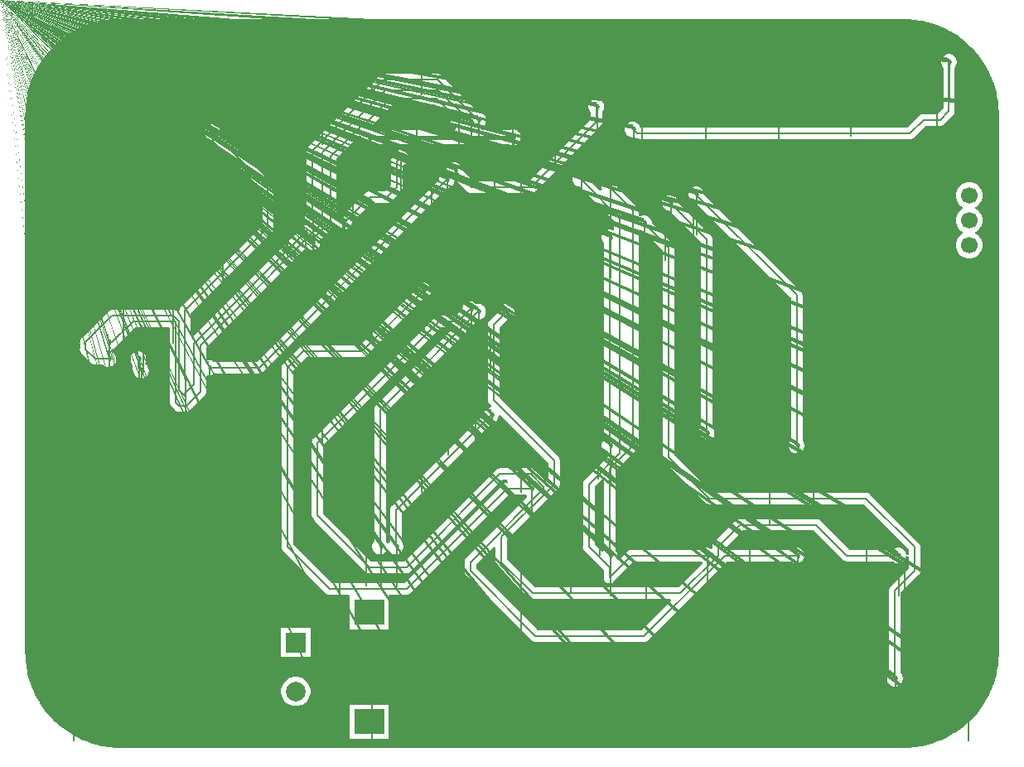
<source format=gbr>
%TF.GenerationSoftware,Flux,Pcbnew,7.0.11-7.0.11~ubuntu20.04.1*%
%TF.CreationDate,2024-08-19T13:17:11+00:00*%
%TF.ProjectId,input,696e7075-742e-46b6-9963-61645f706362,rev?*%
%TF.SameCoordinates,Original*%
%TF.FileFunction,Copper,L4,Bot*%
%TF.FilePolarity,Positive*%
%FSLAX46Y46*%
G04 Gerber Fmt 4.6, Leading zero omitted, Abs format (unit mm)*
G04 Filename: promicromacro*
G04 Build it with Flux! Visit our site at: https://www.flux.ai (PCBNEW 7.0.11-7.0.11~ubuntu20.04.1) date 2024-08-19 13:17:11*
%MOMM*%
%LPD*%
G01*
G04 APERTURE LIST*
G04 Aperture macros list*
%AMFreePoly0*
4,1,5,1.000000,-1.000000,-1.000000,-1.000000,-1.000000,1.000000,1.000000,1.000000,1.000000,-1.000000,1.000000,-1.000000,$1*%
%AMFreePoly1*
4,1,5,1.500000,-1.250000,-1.500000,-1.250000,-1.500000,1.250000,1.500000,1.250000,1.500000,-1.250000,1.500000,-1.250000,$1*%
%AMFreePoly2*
4,1,129,0.022069,0.299187,0.036723,0.297744,0.051289,0.295583,0.065730,0.292711,0.080014,0.289133,0.094105,0.284858,0.107969,0.279898,0.121572,0.274263,0.134883,0.267967,0.147869,0.261026,0.160499,0.253456,0.172742,0.245275,0.184569,0.236504,0.195952,0.227163,0.206862,0.217274,0.217274,0.206862,0.227163,0.195952,0.236504,0.184569,0.245275,0.172742,0.253456,0.160499,
0.261026,0.147869,0.267967,0.134883,0.274263,0.121572,0.279898,0.107969,0.284858,0.094105,0.289133,0.080014,0.292711,0.065730,0.295583,0.051289,0.297744,0.036723,0.299187,0.022069,0.299910,0.007362,0.299910,-0.007362,0.299187,-0.022069,0.297744,-0.036723,0.295583,-0.051289,0.292711,-0.065730,0.289133,-0.080014,0.284858,-0.094105,0.279898,-0.107969,0.274263,-0.121572,
0.267967,-0.134883,0.261026,-0.147869,0.253456,-0.160499,0.245275,-0.172742,0.236504,-0.184569,0.227163,-0.195952,0.217274,-0.206862,0.206862,-0.217274,0.195952,-0.227163,0.184569,-0.236504,0.172742,-0.245275,0.160499,-0.253456,0.147869,-0.261026,0.134883,-0.267967,0.121572,-0.274263,0.107969,-0.279898,0.094105,-0.284858,0.080014,-0.289133,0.065730,-0.292711,0.051289,-0.295583,
0.036723,-0.297744,0.022069,-0.299187,0.007362,-0.299910,-0.007362,-0.299910,-0.022069,-0.299187,-0.036723,-0.297744,-0.051289,-0.295583,-0.065730,-0.292711,-0.080014,-0.289133,-0.094105,-0.284858,-0.107969,-0.279898,-0.121572,-0.274263,-0.134883,-0.267967,-0.147869,-0.261026,-0.160499,-0.253456,-0.172742,-0.245275,-0.184569,-0.236504,-0.195952,-0.227163,-0.206862,-0.217274,-0.217274,-0.206862,
-0.227163,-0.195952,-0.236504,-0.184569,-0.245275,-0.172742,-0.253456,-0.160499,-0.261026,-0.147869,-0.267967,-0.134883,-0.274263,-0.121572,-0.279898,-0.107969,-0.284858,-0.094105,-0.289133,-0.080014,-0.292711,-0.065730,-0.295583,-0.051289,-0.297744,-0.036723,-0.299187,-0.022069,-0.299910,-0.007362,-0.299910,0.007362,-0.299187,0.022069,-0.297744,0.036723,-0.295583,0.051289,-0.292711,0.065730,
-0.289133,0.080014,-0.284858,0.094105,-0.279898,0.107969,-0.274263,0.121572,-0.267967,0.134883,-0.261026,0.147869,-0.253456,0.160499,-0.245275,0.172742,-0.236504,0.184569,-0.227163,0.195952,-0.217274,0.206862,-0.206862,0.217274,-0.195952,0.227163,-0.184569,0.236504,-0.172742,0.245275,-0.160499,0.253456,-0.147869,0.261026,-0.134883,0.267967,-0.121572,0.274263,-0.107969,0.279898,
-0.094105,0.284858,-0.080014,0.289133,-0.065730,0.292711,-0.051289,0.295583,-0.036723,0.297744,-0.022069,0.299187,-0.007362,0.299910,0.007362,0.299910,0.022069,0.299187,0.022069,0.299187,$1*%
G04 Aperture macros list end*
%TA.AperFunction,ComponentPad*%
%ADD10FreePoly0,0.000000*%
%TD*%
%TA.AperFunction,ComponentPad*%
%ADD11C,2.000000*%
%TD*%
%TA.AperFunction,ComponentPad*%
%ADD12FreePoly1,0.000000*%
%TD*%
%TA.AperFunction,ComponentPad*%
%ADD13C,1.700000*%
%TD*%
%TA.AperFunction,ComponentPad*%
%ADD14FreePoly2,0.000000*%
%TD*%
%TA.AperFunction,Conductor*%
%ADD15C,0.177800*%
%TD*%
%TA.AperFunction,Conductor*%
%ADD16C,0.457200*%
%TD*%
%TA.AperFunction,Conductor*%
%ADD17C,0.150000*%
%TD*%
G04 APERTURE END LIST*
D10*
%TO.P,,45db2291-f102-4940-bc78-37cfd7dce592__25b1e420-df15-89ff-a501-9151bdfb6695*%
%TO.N,N/C*%
X-22112200Y-26475900D03*
D11*
%TO.P,,45db2291-f102-4940-bc78-37cfd7dce592__795cd83e-edfc-d386-5850-f2852c23b778*%
X-22112200Y-31475900D03*
%TO.P,,45db2291-f102-4940-bc78-37cfd7dce592__9d35a456-a933-9b30-232d-07fdb4379169*%
X-22112200Y-28975900D03*
D12*
%TO.P,,45db2291-f102-4940-bc78-37cfd7dce592__ac268c61-9719-afd1-04c5-ff8a7205062a*%
X-14612200Y-23375900D03*
%TO.P,,45db2291-f102-4940-bc78-37cfd7dce592__adcc6f67-0317-63e5-12b1-ee49b928dac3*%
X-14612200Y-34575900D03*
D13*
%TO.P,,c453fe10-63cb-495c-bd27-afd60369f6ed__6ffd5cad-855c-7056-04c8-16687b106c47*%
X46709800Y21768000D03*
%TO.P,,c453fe10-63cb-495c-bd27-afd60369f6ed__9b813d9e-eb91-f2da-117e-b5f512003f80*%
X46709800Y14148000D03*
%TO.P,,c453fe10-63cb-495c-bd27-afd60369f6ed__abef7e96-f881-65a3-72e7-20faa02dc26d*%
X46709800Y16688000D03*
%TO.P,,c453fe10-63cb-495c-bd27-afd60369f6ed__e64594b0-631f-86e4-b59b-70cba8d0717e*%
X46709800Y19228000D03*
D14*
%TO.P,,20d92ca0-7781-424b-aa7c-b1b33d3fb76f*%
%TO.N,Net 9*%
X19891100Y-5098900D03*
%TO.P,,6f7aee95-7bec-424b-9799-8591e575a402*%
X16141800Y18461600D03*
%TO.P,,4418e674-0390-4c75-b9b4-eb41c2aa88e2*%
%TO.N,Net 13*%
X1917700Y-10748300D03*
%TO.P,,6b7383bc-3984-4d9f-a647-683b0762aee1*%
X-9076000Y9519000D03*
%TO.P,,26aea561-70ce-4f72-a276-5a0f0b42fe4a*%
%TO.N,Net 19*%
X29080800Y-17592600D03*
%TO.P,,a3c5ca04-3f71-4116-bd7f-4d9d65414f07*%
X-4276000Y7601100D03*
%TO.P,,3eaffd16-b405-42b2-b8ba-1b8c5a1b7b15*%
%TO.N,Net 8*%
X-17172600Y16565800D03*
%TO.P,,9374085e-8a49-46a6-beaa-e2242d499023*%
X-11437000Y23050500D03*
%TO.P,,671e6d5a-f1b1-409b-a291-59c0d349b4f3*%
%TO.N,Net 20*%
X-3476000Y7350400D03*
%TO.P,,c7c72cff-c6c0-406e-b5f7-8f93a1224e6d*%
X-13507300Y-16667200D03*
%TO.P,,41ed4197-d658-450a-932c-fe95b8431664*%
%TO.N,Net 7*%
X39121300Y-30155300D03*
%TO.P,,da6f11ce-6891-4703-a346-f043e0d035de*%
X13485300Y16387900D03*
%TO.P,,03cdec6d-5bb9-4642-830a-3f40852d9246*%
%TO.N,Net 18*%
X44652600Y32863100D03*
%TO.P,,cb052500-0fc5-42e8-b8cd-15d26483cec4*%
X12319900Y25977400D03*
%TO.P,,3048fd6c-db12-4ce8-8572-d85c3595a6d0*%
%TO.N,Net 25*%
X-2165200Y-3249000D03*
%TO.P,,76571844-eec5-4fbb-993f-56b397a22273*%
X-11890900Y-16667100D03*
%TO.P,,10cacc74-faa6-47d2-be73-b19b162b54a1*%
%TO.N,Net 11*%
X29080800Y-6353500D03*
%TO.P,,f866946a-b450-4c75-8426-126f6f07822a*%
X18824200Y19307000D03*
%TO.P,,479e317b-bc42-4418-b84b-3cf23ca3a7d2*%
%TO.N,Net 12*%
X-6676000Y20796400D03*
%TO.P,,5c4cb522-2773-4453-9709-002e97bcdbb0*%
X-31034600Y1607800D03*
%TO.P,,971f929b-be60-499b-86c9-e9a29129506b*%
%TO.N,Net 21*%
X-530400Y7350400D03*
%TO.P,,a09ab6e9-ec0c-4b12-b6de-9555b4b43a1c*%
X39474900Y-17592600D03*
%TO.P,,24bb726a-2ac0-4a89-bddf-5c27b3bf29d1*%
%TO.N,Net 29*%
X-5876000Y21768000D03*
%TO.P,,274789fa-66ad-4b06-89ab-3f7de76d4086*%
X8617400Y28303500D03*
%TO.P,,5a927712-11b0-4f35-bde0-1c614e43dfe7*%
%TO.N,Net 27*%
X9964700Y14933000D03*
%TO.P,,d72eabeb-ea7e-40fc-b07e-9c1a45576934*%
X9964700Y-6353500D03*
%TO.P,,0f410e7d-8d1a-4f1e-8163-3286d56a7807*%
%TO.N,GND*%
X-3789300Y-3220000D03*
%TO.P,,204f9129-c35c-4193-b1d1-4c603e9760da*%
X-33435900Y13717900D03*
%TO.P,,34337ed8-1a4a-497d-88f4-9516de8f5bc8*%
X-1878300Y21897100D03*
%TO.P,,6691f15e-d77e-4378-9ba9-1749e3d90a51*%
X-8272700Y21882400D03*
%TO.P,,6a9dda81-0acd-429d-b592-541bcbba2cb3*%
X-16378600Y20907300D03*
%TO.P,,6aa7ca2f-915a-459e-9d05-ce4ce0dee03c*%
X-6314100Y13616500D03*
%TO.P,,753094f1-716a-4680-b0e1-1e4680e9357a*%
X-2318000Y5302000D03*
%TO.P,,7dd2ff7c-0ba0-4fac-84cd-873cc4617e23*%
X-9816600Y26663600D03*
%TO.P,,8f4e0356-726f-4b86-823c-5452651b166c*%
X-7873900Y1504800D03*
%TO.P,,99a14131-90e0-435b-ab04-f2b001ea9add*%
X0Y26867400D03*
%TO.P,,b0a4e06e-8cc8-460c-b691-7de931bf1751*%
X-6622700Y-3249000D03*
%TO.P,,bc72b63b-023b-4f80-8e66-3b69a2da3a16*%
X1917700Y12747100D03*
%TO.P,,ce0b7865-72fb-487f-94bc-c1eae4215a5d*%
X-42510200Y33668700D03*
%TO.P,,d47c19f8-7bda-4e92-b177-6880aeea379c*%
X4274600Y26943300D03*
%TO.P,,ebe7e70a-2e7a-42d4-afbc-db40465a94c6*%
X-14316400Y18338600D03*
%TO.P,,f79001d2-bd3a-4d6e-8fe0-6aaf9cb4efca*%
X-35808800Y20039500D03*
%TO.P,,fa36d709-df93-4e9e-a7ba-5c46bbeea32e*%
X-32874300Y20039500D03*
%TO.P,,fe34aa3f-623a-4728-bf05-442330e3a04c*%
X-35845800Y15236500D03*
%TO.P,,f89e9e6e-87c1-4e15-8408-561c27a74828*%
X19724800Y29092000D03*
%TO.P,,8a45c168-e4e1-4261-b3f4-b1acda774cf6*%
X13190400Y29092000D03*
%TO.P,,1c8cb2be-48c8-4c28-970b-a6224384476b*%
X41407700Y33958600D03*
%TO.P,,ca1cda04-07f7-4ee4-b218-db58aca3a154*%
X27129800Y29092000D03*
%TO.P,,8e1b373d-6309-4e21-a478-04d0c62f48bc*%
X34551500Y29376200D03*
%TO.P,,ab5125e15f6be815fb94e1ece841a0e8.via14.19*%
X46520000Y33620000D03*
%TO.P,,ab5125e15f6be815fb94e1ece841a0e8.via14.16*%
X31280000Y33620000D03*
%TO.P,,ab5125e15f6be815fb94e1ece841a0e8.via14.15*%
X26200000Y33620000D03*
%TO.P,,ab5125e15f6be815fb94e1ece841a0e8.via14.12*%
X10960000Y33620000D03*
%TO.P,,ab5125e15f6be815fb94e1ece841a0e8.via14.11*%
X5880000Y33620000D03*
%TO.P,,ab5125e15f6be815fb94e1ece841a0e8.via14.10*%
X800000Y33620000D03*
%TO.P,,ab5125e15f6be815fb94e1ece841a0e8.via14.9*%
X-4280000Y33620000D03*
%TO.P,,ab5125e15f6be815fb94e1ece841a0e8.via14.8*%
X-9360000Y33620000D03*
%TO.P,,ab5125e15f6be815fb94e1ece841a0e8.via14.7*%
X-14440000Y33620000D03*
%TO.P,,ab5125e15f6be815fb94e1ece841a0e8.via14.6*%
X-19520000Y33620000D03*
%TO.P,,ab5125e15f6be815fb94e1ece841a0e8.via14.5*%
X-24600000Y33620000D03*
%TO.P,,ab5125e15f6be815fb94e1ece841a0e8.via14.4*%
X-29680000Y33620000D03*
%TO.P,,ab5125e15f6be815fb94e1ece841a0e8.via14.3*%
X-34760000Y33620000D03*
%TO.P,,ab5125e15f6be815fb94e1ece841a0e8.via14.2*%
X-39840000Y33620000D03*
%TO.P,,ab5125e15f6be815fb94e1ece841a0e8.via13.19*%
X46520000Y28540000D03*
%TO.P,,ab5125e15f6be815fb94e1ece841a0e8.via13.12*%
X10960000Y28540000D03*
%TO.P,,ab5125e15f6be815fb94e1ece841a0e8.via13.10*%
X800000Y28540000D03*
%TO.P,,ab5125e15f6be815fb94e1ece841a0e8.via13.6*%
X-19520000Y28540000D03*
%TO.P,,ab5125e15f6be815fb94e1ece841a0e8.via13.5*%
X-24600000Y28540000D03*
%TO.P,,ab5125e15f6be815fb94e1ece841a0e8.via13.4*%
X-29680000Y28540000D03*
%TO.P,,ab5125e15f6be815fb94e1ece841a0e8.via13.3*%
X-34760000Y28540000D03*
%TO.P,,ab5125e15f6be815fb94e1ece841a0e8.via13.2*%
X-39840000Y28540000D03*
%TO.P,,ab5125e15f6be815fb94e1ece841a0e8.via13.1*%
X-44920000Y28540000D03*
%TO.P,,ab5125e15f6be815fb94e1ece841a0e8.via12.10*%
X800000Y23460000D03*
%TO.P,,ab5125e15f6be815fb94e1ece841a0e8.via12.3*%
X-34760000Y23460000D03*
%TO.P,,ab5125e15f6be815fb94e1ece841a0e8.via12.2*%
X-39840000Y23460000D03*
%TO.P,,ab5125e15f6be815fb94e1ece841a0e8.via12.1*%
X-44920000Y23460000D03*
%TO.P,,ab5125e15f6be815fb94e1ece841a0e8.via11.9*%
X-4280000Y18380000D03*
%TO.P,,ab5125e15f6be815fb94e1ece841a0e8.via11.1*%
X-44920000Y18380000D03*
%TO.P,,ab5125e15f6be815fb94e1ece841a0e8.via10.18*%
X41440000Y13300000D03*
%TO.P,,ab5125e15f6be815fb94e1ece841a0e8.via10.17*%
X36360000Y13300000D03*
%TO.P,,ab5125e15f6be815fb94e1ece841a0e8.via10.16*%
X31280000Y13300000D03*
%TO.P,,ab5125e15f6be815fb94e1ece841a0e8.via10.14*%
X21120000Y13300000D03*
%TO.P,,ab5125e15f6be815fb94e1ece841a0e8.via10.11*%
X5880000Y13300000D03*
%TO.P,,ab5125e15f6be815fb94e1ece841a0e8.via10.4*%
X-29680000Y13300000D03*
%TO.P,,ab5125e15f6be815fb94e1ece841a0e8.via10.1*%
X-44920000Y13300000D03*
%TO.P,,ab5125e15f6be815fb94e1ece841a0e8.via9.18*%
X41440000Y8220000D03*
%TO.P,,ab5125e15f6be815fb94e1ece841a0e8.via9.7*%
X-14440000Y8220000D03*
%TO.P,,ab5125e15f6be815fb94e1ece841a0e8.via9.3*%
X-34760000Y8220000D03*
%TO.P,,ab5125e15f6be815fb94e1ece841a0e8.via9.2*%
X-39840000Y8220000D03*
%TO.P,,ab5125e15f6be815fb94e1ece841a0e8.via9.1*%
X-44920000Y8220000D03*
%TO.P,,ab5125e15f6be815fb94e1ece841a0e8.via8.19*%
X46520000Y3140000D03*
%TO.P,,ab5125e15f6be815fb94e1ece841a0e8.via8.18*%
X41440000Y3140000D03*
%TO.P,,ab5125e15f6be815fb94e1ece841a0e8.via8.16*%
X31280000Y3140000D03*
%TO.P,,ab5125e15f6be815fb94e1ece841a0e8.via8.14*%
X21120000Y3140000D03*
%TO.P,,ab5125e15f6be815fb94e1ece841a0e8.via8.1*%
X-44920000Y3140000D03*
%TO.P,,ab5125e15f6be815fb94e1ece841a0e8.via7.19*%
X46520000Y-1940000D03*
%TO.P,,ab5125e15f6be815fb94e1ece841a0e8.via7.18*%
X41440000Y-1940000D03*
%TO.P,,ab5125e15f6be815fb94e1ece841a0e8.via7.17*%
X36360000Y-1940000D03*
%TO.P,,ab5125e15f6be815fb94e1ece841a0e8.via7.16*%
X31280000Y-1940000D03*
%TO.P,,ab5125e15f6be815fb94e1ece841a0e8.via7.11*%
X5880000Y-1940000D03*
%TO.P,,ab5125e15f6be815fb94e1ece841a0e8.via7.8*%
X-9360000Y-1940000D03*
%TO.P,,ab5125e15f6be815fb94e1ece841a0e8.via7.6*%
X-19520000Y-1940000D03*
%TO.P,,ab5125e15f6be815fb94e1ece841a0e8.via7.5*%
X-24600000Y-1940000D03*
%TO.P,,ab5125e15f6be815fb94e1ece841a0e8.via6.18*%
X41440000Y-7020000D03*
%TO.P,,ab5125e15f6be815fb94e1ece841a0e8.via6.14*%
X21120000Y-7020000D03*
%TO.P,,ab5125e15f6be815fb94e1ece841a0e8.via6.10*%
X800000Y-7020000D03*
%TO.P,,ab5125e15f6be815fb94e1ece841a0e8.via6.8*%
X-9360000Y-7020000D03*
%TO.P,,ab5125e15f6be815fb94e1ece841a0e8.via6.7*%
X-14440000Y-7020000D03*
%TO.P,,ab5125e15f6be815fb94e1ece841a0e8.via6.4*%
X-29680000Y-7020000D03*
%TO.P,,ab5125e15f6be815fb94e1ece841a0e8.via6.3*%
X-34760000Y-7020000D03*
%TO.P,,ab5125e15f6be815fb94e1ece841a0e8.via5.19*%
X46520000Y-12100000D03*
%TO.P,,ab5125e15f6be815fb94e1ece841a0e8.via5.13*%
X16040000Y-12100000D03*
%TO.P,,ab5125e15f6be815fb94e1ece841a0e8.via5.11*%
X5880000Y-12100000D03*
%TO.P,,ab5125e15f6be815fb94e1ece841a0e8.via5.5*%
X-24600000Y-12100000D03*
%TO.P,,ab5125e15f6be815fb94e1ece841a0e8.via5.4*%
X-29680000Y-12100000D03*
%TO.P,,ab5125e15f6be815fb94e1ece841a0e8.via4.16*%
X31280000Y-17180000D03*
%TO.P,,ab5125e15f6be815fb94e1ece841a0e8.via4.11*%
X5880000Y-17180000D03*
%TO.P,,ab5125e15f6be815fb94e1ece841a0e8.via4.10*%
X800000Y-17180000D03*
%TO.P,,ab5125e15f6be815fb94e1ece841a0e8.via4.5*%
X-24600000Y-17180000D03*
%TO.P,,ab5125e15f6be815fb94e1ece841a0e8.via4.4*%
X-29680000Y-17180000D03*
%TO.P,,ab5125e15f6be815fb94e1ece841a0e8.via4.3*%
X-34760000Y-17180000D03*
%TO.P,,ab5125e15f6be815fb94e1ece841a0e8.via3.19*%
X46520000Y-22260000D03*
%TO.P,,ab5125e15f6be815fb94e1ece841a0e8.via3.17*%
X36360000Y-22260000D03*
%TO.P,,ab5125e15f6be815fb94e1ece841a0e8.via3.15*%
X26200000Y-22260000D03*
%TO.P,,ab5125e15f6be815fb94e1ece841a0e8.via3.10*%
X800000Y-22260000D03*
%TO.P,,ab5125e15f6be815fb94e1ece841a0e8.via3.9*%
X-4280000Y-22260000D03*
%TO.P,,ab5125e15f6be815fb94e1ece841a0e8.via3.8*%
X-9360000Y-22260000D03*
%TO.P,,ab5125e15f6be815fb94e1ece841a0e8.via3.5*%
X-24600000Y-22260000D03*
%TO.P,,ab5125e15f6be815fb94e1ece841a0e8.via3.4*%
X-29680000Y-22260000D03*
%TO.P,,ab5125e15f6be815fb94e1ece841a0e8.via3.3*%
X-34760000Y-22260000D03*
%TO.P,,ab5125e15f6be815fb94e1ece841a0e8.via3.2*%
X-39840000Y-22260000D03*
%TO.P,,ab5125e15f6be815fb94e1ece841a0e8.via3.1*%
X-44920000Y-22260000D03*
%TO.P,,ab5125e15f6be815fb94e1ece841a0e8.via2.18*%
X41440000Y-27340000D03*
%TO.P,,ab5125e15f6be815fb94e1ece841a0e8.via2.16*%
X31280000Y-27340000D03*
%TO.P,,ab5125e15f6be815fb94e1ece841a0e8.via2.14*%
X21120000Y-27340000D03*
%TO.P,,ab5125e15f6be815fb94e1ece841a0e8.via2.12*%
X10960000Y-27340000D03*
%TO.P,,ab5125e15f6be815fb94e1ece841a0e8.via2.11*%
X5880000Y-27340000D03*
%TO.P,,ab5125e15f6be815fb94e1ece841a0e8.via2.10*%
X800000Y-27340000D03*
%TO.P,,ab5125e15f6be815fb94e1ece841a0e8.via2.9*%
X-4280000Y-27340000D03*
%TO.P,,ab5125e15f6be815fb94e1ece841a0e8.via2.8*%
X-9360000Y-27340000D03*
%TO.P,,ab5125e15f6be815fb94e1ece841a0e8.via2.7*%
X-14440000Y-27340000D03*
%TO.P,,ab5125e15f6be815fb94e1ece841a0e8.via2.5*%
X-24600000Y-27340000D03*
%TO.P,,ab5125e15f6be815fb94e1ece841a0e8.via2.4*%
X-29680000Y-27340000D03*
%TO.P,,ab5125e15f6be815fb94e1ece841a0e8.via2.3*%
X-34760000Y-27340000D03*
%TO.P,,ab5125e15f6be815fb94e1ece841a0e8.via2.2*%
X-39840000Y-27340000D03*
%TO.P,,ab5125e15f6be815fb94e1ece841a0e8.via1.19*%
X46520000Y-32420000D03*
%TO.P,,ab5125e15f6be815fb94e1ece841a0e8.via1.18*%
X41440000Y-32420000D03*
%TO.P,,ab5125e15f6be815fb94e1ece841a0e8.via1.16*%
X31280000Y-32420000D03*
%TO.P,,ab5125e15f6be815fb94e1ece841a0e8.via1.14*%
X21120000Y-32420000D03*
%TO.P,,ab5125e15f6be815fb94e1ece841a0e8.via1.12*%
X10960000Y-32420000D03*
%TO.P,,ab5125e15f6be815fb94e1ece841a0e8.via1.11*%
X5880000Y-32420000D03*
%TO.P,,ab5125e15f6be815fb94e1ece841a0e8.via1.10*%
X800000Y-32420000D03*
%TO.P,,ab5125e15f6be815fb94e1ece841a0e8.via1.9*%
X-4280000Y-32420000D03*
%TO.P,,ab5125e15f6be815fb94e1ece841a0e8.via1.8*%
X-9360000Y-32420000D03*
%TO.P,,ab5125e15f6be815fb94e1ece841a0e8.via1.7*%
X-14440000Y-32420000D03*
%TO.P,,ab5125e15f6be815fb94e1ece841a0e8.via1.6*%
X-19520000Y-32420000D03*
%TO.P,,ab5125e15f6be815fb94e1ece841a0e8.via1.5*%
X-24600000Y-32420000D03*
%TO.P,,ab5125e15f6be815fb94e1ece841a0e8.via1.4*%
X-29680000Y-32420000D03*
%TO.P,,ab5125e15f6be815fb94e1ece841a0e8.via1.3*%
X-34760000Y-32420000D03*
%TO.P,,ab5125e15f6be815fb94e1ece841a0e8.via1.2*%
X-39840000Y-32420000D03*
%TO.P,,ab5125e15f6be815fb94e1ece841a0e8.via1.1*%
X-44920000Y-32420000D03*
%TO.P,,ab5125e15f6be815fb94e1ece841a0e8.via11.18*%
X41440000Y18380000D03*
%TO.P,,ab5125e15f6be815fb94e1ece841a0e8.via11.17*%
X36360000Y18380000D03*
%TO.P,,ab5125e15f6be815fb94e1ece841a0e8.via11.16*%
X31280000Y18380000D03*
%TO.P,,ab5125e15f6be815fb94e1ece841a0e8.via11.15*%
X26200000Y18380000D03*
%TO.P,,ab5125e15f6be815fb94e1ece841a0e8.via5.2*%
X-39840000Y-12100000D03*
%TO.P,,ab5125e15f6be815fb94e1ece841a0e8.via7.1*%
X-44920000Y-1940000D03*
%TO.P,,ab5125e15f6be815fb94e1ece841a0e8.via6.2*%
X-39840000Y-7020000D03*
%TO.P,,37b21f06-5252-458c-af10-07f0a553c3a3*%
%TO.N,Net - (13fb - a68d)*%
X99900Y25164100D03*
%TO.P,,9e42ca13-f2b6-43e8-915e-b2d63f713589*%
X-14583900Y25179700D03*
%TO.P,,76534c90-a671-4507-b7f1-288ae77598f4*%
%TO.N,Net 15*%
X9964600Y20039500D03*
%TO.P,,cb0f1d01-9215-4e93-b425-774bd21fe675*%
X9964700Y-17592600D03*
%TO.P,,298a2a0a-c541-4275-9516-371447121553*%
%TO.N,Net 17*%
X19891000Y-17592600D03*
%TO.P,,fd3ad043-4d68-4529-ae10-6389e00993d1*%
X6982300Y20907300D03*
%TO.P,,80d0dde7-dc70-47fb-b011-3b8ba5486796*%
%TO.N,Net 39*%
X-38190000Y2496900D03*
%TO.P,,b4e73a86-f5a8-4f18-9add-8bef9ad2ab7c*%
X-37915200Y1325300D03*
%TO.P,,ab5125e15f6be815fb94e1ece841a0e8.via4.2*%
%TO.N,GND*%
X-39840000Y-17180000D03*
%TO.P,,59a704e1-a880-41c3-a179-2193c7eb08e6*%
%TO.N,Net - (13fb - a68d)*%
X-33435900Y536100D03*
%TO.P,,50374abb-0c3c-48ed-97a8-923a9d5a91d9*%
X-30615700Y25700800D03*
%TO.P,,6eef3b1a-3ddf-48d4-af0e-082d562bfe0f*%
%TO.N,Net 36*%
X-20407200Y17022400D03*
%TO.P,,ee8a19c5-3c0a-4cc8-9d6c-7e17e539553c*%
X-3476000Y26911500D03*
%TO.P,,9653922d-5dfd-4a7f-acfd-01e85824f80a*%
%TO.N,Net 39*%
X-41217100Y4213200D03*
%TO.P,,236e170d-ad15-4f18-b538-2150c563d984*%
X-4275800Y26739300D03*
%TO.P,,e98adf84-90f1-4db1-854d-56caab40f7df*%
%TO.N,Net 35*%
X-41258200Y2496900D03*
%TO.P,,f25aa37f-8380-4d3f-8ac8-908fd692ba99*%
X-21176200Y15387900D03*
%TO.P,,d52e1de0-a50c-421c-b955-884a6e646e70*%
X-20407300Y14387900D03*
%TO.P,,f607ffb6-d732-4856-8dc9-1b66770ef7bf*%
X-5473500Y26911600D03*
%TO.P,,ab5125e15f6be815fb94e1ece841a0e8.via.island.30*%
%TO.N,GND*%
X4086000Y-30238500D03*
%TO.P,,ab5125e15f6be815fb94e1ece841a0e8.via.island.29*%
X4231400Y16753300D03*
%TO.P,,ab5125e15f6be815fb94e1ece841a0e8.via.island.28*%
X2671500Y1814000D03*
%TO.P,,ab5125e15f6be815fb94e1ece841a0e8.via.island.27*%
X18000600Y179900D03*
%TO.P,,ab5125e15f6be815fb94e1ece841a0e8.via.island.26*%
X15586200Y16651600D03*
%TO.P,,ab5125e15f6be815fb94e1ece841a0e8.via.island.25*%
X-35455500Y1092400D03*
%TO.P,,ab5125e15f6be815fb94e1ece841a0e8.via.island.24*%
X-8865500Y14896000D03*
%TO.P,,ab5125e15f6be815fb94e1ece841a0e8.via.island.23*%
X18432100Y17918400D03*
%TO.P,,ab5125e15f6be815fb94e1ece841a0e8.via.island.22*%
X14916900Y640200D03*
%TO.P,,ab5125e15f6be815fb94e1ece841a0e8.via.island.21*%
X36158000Y-14075100D03*
%TO.P,,ab5125e15f6be815fb94e1ece841a0e8.via.island.20*%
X-22998400Y17222400D03*
%TO.P,,ab5125e15f6be815fb94e1ece841a0e8.via.island.19*%
X-22878100Y21943300D03*
%TO.P,,ab5125e15f6be815fb94e1ece841a0e8.via.island.18*%
X13971300Y-7527500D03*
%TO.P,,ab5125e15f6be815fb94e1ece841a0e8.via.island.17*%
X-17736000Y-18792100D03*
%TO.P,,ab5125e15f6be815fb94e1ece841a0e8.via.island.16*%
X23015600Y-19949500D03*
%TO.P,,ab5125e15f6be815fb94e1ece841a0e8.via.island.15*%
X14161000Y5028000D03*
%TO.P,,ab5125e15f6be815fb94e1ece841a0e8.via.island.14*%
X13652500Y-19509600D03*
%TO.P,,ab5125e15f6be815fb94e1ece841a0e8.via.island.13*%
X30754300Y-7910700D03*
%TO.P,,ab5125e15f6be815fb94e1ece841a0e8.via.island.12*%
X17947300Y13279800D03*
%TO.P,,ab5125e15f6be815fb94e1ece841a0e8.via.island.11*%
X27376000Y342000D03*
%TO.P,,ab5125e15f6be815fb94e1ece841a0e8.via.island.10*%
X26250800Y-10249900D03*
%TO.P,,ab5125e15f6be815fb94e1ece841a0e8.via.island.9*%
X8896500Y-13478500D03*
%TO.P,,ab5125e15f6be815fb94e1ece841a0e8.via.island.8*%
X18241400Y-3336300D03*
%TO.P,,ab5125e15f6be815fb94e1ece841a0e8.via.island.7*%
X24189000Y-16018500D03*
%TO.P,,ab5125e15f6be815fb94e1ece841a0e8.via.island.6*%
X-37796300Y5215900D03*
%TO.P,,ab5125e15f6be815fb94e1ece841a0e8.via.island.5*%
X-15010300Y-16574100D03*
%TO.P,,ab5125e15f6be815fb94e1ece841a0e8.via.island.4*%
X8690800Y-5702900D03*
%TO.P,,ab5125e15f6be815fb94e1ece841a0e8.via.island.3*%
X-17332200Y17988200D03*
%TO.P,,ab5125e15f6be815fb94e1ece841a0e8.via.island.2*%
X8813400Y5510400D03*
%TO.P,,ab5125e15f6be815fb94e1ece841a0e8.via.island.1*%
X43367400Y28108400D03*
%TO.P,,ab5125e15f6be815fb94e1ece841a0e8.via.island.0*%
X40043300Y-18729600D03*
%TD*%
D15*
%TO.N,Net 9*%
X19891100Y-5098900D02*
X19891100Y14712300D01*
X19891000Y14712400D02*
X16141800Y18461600D01*
%TO.N,Net 13*%
X-22973000Y-16667200D02*
X-22973000Y1607800D01*
X-530400Y-10748400D02*
X-10776000Y-20994000D01*
X-10776000Y-20994000D02*
X-18646200Y-20994000D01*
X-18646200Y-20994000D02*
X-22973000Y-16667200D01*
X1917700Y-10748300D02*
X-530300Y-10748300D01*
X-22973000Y1607800D02*
X-21318600Y3262200D01*
X-15332800Y3262200D02*
X-9076000Y9519000D01*
X-21318600Y3262200D02*
X-15332800Y3262200D01*
%TO.N,Net 19*%
X-4276000Y-18258800D02*
X3227000Y-10755800D01*
X13485300Y-25819100D02*
X2401100Y-25819100D01*
X-14612200Y-18803500D02*
X-19930600Y-13485100D01*
X-7476000Y6337100D02*
X-5540000Y6337100D01*
X-19930600Y-13485100D02*
X-19930600Y-6117500D01*
X-19930600Y-6117500D02*
X-7476000Y6337100D01*
X-4276000Y-19142000D02*
X-4276000Y-18258800D01*
X29080800Y-17592600D02*
X21711800Y-17592600D01*
X2401000Y-25819000D02*
X-4276000Y-19142000D01*
X-1242200Y-9269800D02*
X-10776000Y-18803600D01*
X3226900Y-10579000D02*
X1917700Y-9269800D01*
X3227000Y-10755800D02*
X3227000Y-10579000D01*
X-10776000Y-18803500D02*
X-14612200Y-18803500D01*
X-5540000Y6337100D02*
X-4276000Y7601100D01*
X1917700Y-9269800D02*
X-1242300Y-9269800D01*
X21711700Y-17592600D02*
X13485300Y-25819000D01*
%TO.N,Net 8*%
X-11809000Y20039500D02*
X-11809000Y22678500D01*
X-17046300Y16565800D02*
X-14586600Y19025500D01*
X-17172600Y16565800D02*
X-17046300Y16565800D01*
X-11809000Y22678500D02*
X-11437000Y23050500D01*
X-12823000Y19025500D02*
X-11809000Y20039500D01*
X-14586600Y19025500D02*
X-12823000Y19025500D01*
%TO.N,Net 20*%
X-13507200Y-2680900D02*
X-3476000Y7350300D01*
X-13507300Y-16667200D02*
X-13507300Y-2680900D01*
%TO.N,Net 7*%
X16003000Y13870200D02*
X13485200Y16388000D01*
X39121300Y-30155300D02*
X39121300Y-21152900D01*
X36149300Y-11737100D02*
X20166300Y-11737100D01*
X20166200Y-11737200D02*
X16002900Y-7573900D01*
X39121300Y-21152900D02*
X41132100Y-19142100D01*
X41132100Y-16719900D02*
X36149300Y-11737100D01*
X16003000Y-7573800D02*
X16003000Y13870200D01*
X41132100Y-19142100D02*
X41132100Y-16719900D01*
%TO.N,Net 18*%
X44652600Y32863100D02*
X44652600Y27842300D01*
X44652600Y27842300D02*
X43757000Y26946700D01*
X43756900Y26946700D02*
X42039300Y26946700D01*
X12752100Y25545100D02*
X12319900Y25977300D01*
X40637600Y25545100D02*
X12752200Y25545100D01*
X42039300Y26946700D02*
X40637700Y25545100D01*
%TO.N,Net 25*%
X-11890900Y-16667100D02*
X-11890900Y-12974700D01*
X-11890800Y-12974600D02*
X-2165200Y-3249000D01*
%TO.N,Net 11*%
X29080800Y9050400D02*
X18824200Y19307000D01*
X29080800Y-6353500D02*
X29080800Y9050500D01*
%TO.N,Net 12*%
X-31034600Y1607800D02*
X-25864600Y1607800D01*
X-25864600Y1607800D02*
X-6676000Y20796400D01*
%TO.N,Net 21*%
X2090400Y-21425200D02*
X-1076000Y-18258800D01*
X-1876000Y6004800D02*
X-530400Y7350400D01*
X-1876000Y-1688400D02*
X-1876000Y6004800D01*
X39474900Y-17592600D02*
X34239500Y-17592600D01*
X23273500Y-14444500D02*
X21050900Y-16667100D01*
X17217200Y-21425200D02*
X2090400Y-21425200D01*
X21050900Y-17591400D02*
X17217100Y-21425200D01*
X-1076000Y-15653500D02*
X4274600Y-10302900D01*
X-1076000Y-18258800D02*
X-1076000Y-15653600D01*
X34239500Y-17592700D02*
X31091300Y-14444600D01*
X31091400Y-14444500D02*
X23273400Y-14444500D01*
X21050900Y-16667100D02*
X21050900Y-17591500D01*
X4274600Y-7839000D02*
X-1876000Y-1688400D01*
X4274600Y-10302900D02*
X4274600Y-7839000D01*
%TO.N,Net 29*%
X8617500Y26739300D02*
X1917700Y20039500D01*
X1917700Y20039500D02*
X-4147500Y20039500D01*
X8617400Y28303500D02*
X8617400Y26739300D01*
X-4147400Y20039400D02*
X-5876000Y21768000D01*
%TO.N,Net 27*%
X9964700Y-6353600D02*
X9964700Y14933000D01*
D16*
%TO.N,GND*%
X19724900Y29092000D02*
X20922300Y29092000D01*
X20922300Y29092000D02*
X34267300Y29092000D01*
X13190300Y29092000D02*
X28327300Y29092000D01*
X41407700Y33958500D02*
X41407700Y29824100D01*
X41407700Y29824100D02*
X40163300Y28579700D01*
X40163400Y28579700D02*
X34779600Y28579700D01*
X34779500Y28579800D02*
X34267300Y29092000D01*
X27129700Y29092000D02*
X28327300Y29092000D01*
X34267300Y29092000D02*
X34551500Y29376200D01*
X34267300Y29092000D02*
X28327300Y29092000D01*
%TO.N,Net - (13fb - a68d)*%
X-14583900Y25179700D02*
X99900Y25179700D01*
X99900Y25179700D02*
X99900Y25164100D01*
D15*
%TO.N,Net 15*%
X12318800Y-6353500D02*
X12318800Y17685300D01*
X9964700Y-17592600D02*
X9964700Y-8707600D01*
X12318800Y17685300D02*
X9964600Y20039500D01*
X9964600Y-8707700D02*
X12318800Y-6353500D01*
%TO.N,Net 17*%
X7828400Y-10302900D02*
X11010300Y-7121000D01*
X9964800Y-18803500D02*
X7828400Y-16667100D01*
X11010300Y-7121000D02*
X11010300Y16879200D01*
X12208300Y-17592600D02*
X9964700Y-19836200D01*
X19891000Y-17592600D02*
X12208300Y-17592600D01*
X7828400Y-16667100D02*
X7828400Y-10302900D01*
X9964700Y-19836200D02*
X9964700Y-18803400D01*
X11010300Y16879300D02*
X6982300Y20907300D01*
%TO.N,Net 39*%
X-38190000Y2496900D02*
X-38190000Y1600100D01*
X-38190000Y1600100D02*
X-37915200Y1325300D01*
D17*
%TO.N,Net - (13fb - a68d)*%
X-33435900Y536100D02*
X-33435900Y7410700D01*
X-33435900Y7410700D02*
X-24958600Y15887900D01*
X-24958600Y15887900D02*
X-24958600Y20043700D01*
X-24958700Y20043800D02*
X-30615700Y25700800D01*
D15*
%TO.N,Net 36*%
X-20407200Y17022400D02*
X-20407200Y23758400D01*
X-20407300Y23758300D02*
X-13092300Y31073300D01*
X-13092300Y31073300D02*
X-7637700Y31073300D01*
X-7637800Y31073300D02*
X-3476000Y26911500D01*
%TO.N,Net 39*%
X-41217100Y4213200D02*
X-40863100Y4213200D01*
X-40863000Y4213200D02*
X-38739200Y6337200D01*
X-38739200Y6337100D02*
X-34371200Y6337100D01*
X-34371200Y6337100D02*
X-34371200Y-1957700D01*
X-34371200Y-1957700D02*
X-34045600Y-2283300D01*
X-34045600Y-2283300D02*
X-33272700Y-2283300D01*
X-33272700Y-2283400D02*
X-31862900Y-873600D01*
X-31863000Y-873600D02*
X-31863000Y3909400D01*
X-31863000Y3909400D02*
X-19384400Y16388000D01*
X-19384400Y16388000D02*
X-19384400Y23581400D01*
X-19384500Y23581300D02*
X-12957300Y30008500D01*
X-12957400Y30008500D02*
X-7545000Y30008500D01*
X-7545000Y30008500D02*
X-4275800Y26739300D01*
%TO.N,Net 35*%
X-41258200Y2496900D02*
X-42571200Y2496900D01*
X-42571100Y2496900D02*
X-43572300Y3498100D01*
X-43572400Y3498200D02*
X-43572400Y4207400D01*
X-43572300Y4207500D02*
X-40863100Y6916700D01*
X-40863100Y6916800D02*
X-34625100Y6916800D01*
X-34625100Y6916800D02*
X-34045500Y6337200D01*
X-34045500Y6337200D02*
X-34045500Y-664000D01*
X-34045500Y-664000D02*
X-33435900Y-1273600D01*
X-33435900Y-1273600D02*
X-33435900Y-987800D01*
X-33435900Y-987900D02*
X-32521500Y-73500D01*
X-32521600Y-73500D02*
X-32521600Y4042500D01*
X-32521600Y4042500D02*
X-21176200Y15387900D01*
X-20407300Y14387900D02*
X-20407300Y14698100D01*
X-20407300Y14698100D02*
X-18539700Y16565700D01*
X-18539800Y16565700D02*
X-18539800Y23209700D01*
X-18539800Y23209700D02*
X-15155600Y26593900D01*
X-15155600Y26593900D02*
X-14996200Y26593900D01*
X-14996200Y26593900D02*
X-12461600Y29128500D01*
X-12461600Y29128400D02*
X-7690200Y29128400D01*
X-7690300Y29128400D02*
X-5473500Y26911600D01*
%TD*%
%TA.AperFunction,Conductor*%
%TO.N,GND*%
G36*
X9178000Y-17183000D02*
G01*
X8440000Y-16445000D01*
X8417000Y-16390000D01*
X8417000Y-10580000D01*
X8440000Y-10525000D01*
X9191000Y-9774000D01*
X9376000Y-9851000D01*
X9376000Y-17022000D01*
X9363000Y-17054000D01*
X9363000Y-17106000D01*
X9178000Y-17183000D01*
G37*
%TD.AperFunction*%
%TA.AperFunction,Conductor*%
G36*
X-5777000Y25908000D02*
G01*
X-14227000Y25908000D01*
X-14261000Y25916000D01*
X-14273000Y25922000D01*
X-14280000Y25925000D01*
X-14548000Y25995000D01*
X-14594000Y26163000D01*
X-12241000Y28516000D01*
X-12186000Y28539000D01*
X-7967000Y28539000D01*
X-7912000Y28516000D01*
X-6294000Y26899000D01*
X-6271000Y26844000D01*
X-6271000Y26809000D01*
X-6216000Y26604000D01*
X-6110000Y26419000D01*
X-5965000Y26277000D01*
X-5962000Y26275000D01*
X-5716000Y26129000D01*
X-5777000Y25908000D01*
G37*
%TD.AperFunction*%
%TA.AperFunction,Conductor*%
G36*
X2185000Y-22016000D02*
G01*
X2203000Y-22014000D01*
X16195000Y-22014000D01*
X16272000Y-22199000D01*
X13264000Y-25207000D01*
X13209000Y-25230000D01*
X2678000Y-25230000D01*
X2623000Y-25207000D01*
X-3664000Y-18920000D01*
X-3687000Y-18865000D01*
X-3687000Y-18535000D01*
X-3664000Y-18480000D01*
X-1850000Y-16666000D01*
X-1665000Y-16743000D01*
X-1665000Y-18222000D01*
X-1666000Y-18235000D01*
X-1675000Y-18286000D01*
X-1675000Y-18287000D01*
X-1658000Y-18356000D01*
X-1657000Y-18364000D01*
X-1652000Y-18400000D01*
X-1652000Y-18401000D01*
X-1634000Y-18447000D01*
X-1631000Y-18456000D01*
X-1620000Y-18503000D01*
X-1604000Y-18526000D01*
X-1598000Y-18539000D01*
X-1580000Y-18581000D01*
X-1580000Y-18582000D01*
X-1539000Y-18625000D01*
X-1531000Y-18636000D01*
X-1528000Y-18641000D01*
X1648000Y-21816000D01*
X1656000Y-21825000D01*
X1686000Y-21865000D01*
X1690000Y-21869000D01*
X1744000Y-21902000D01*
X1753000Y-21908000D01*
X1783000Y-21932000D01*
X1814000Y-21945000D01*
X1823000Y-21950000D01*
X1876000Y-21982000D01*
X1880000Y-21984000D01*
X1910000Y-21989000D01*
X1926000Y-21994000D01*
X1962000Y-22009000D01*
X2024000Y-22011000D01*
X2036000Y-22013000D01*
X2038000Y-22013000D01*
X2048000Y-22014000D01*
X2116000Y-22014000D01*
X2185000Y-22016000D01*
G37*
%TD.AperFunction*%
%TA.AperFunction,Conductor*%
G36*
X-12530000Y-17156000D02*
G01*
X-12381000Y-17305000D01*
X-12201000Y-17408000D01*
X-11995000Y-17465000D01*
X-11787000Y-17465000D01*
X-11580000Y-17408000D01*
X-11581000Y-17408000D01*
X-11401000Y-17305000D01*
X-11253000Y-17157000D01*
X-11150000Y-16977000D01*
X-11093000Y-16771000D01*
X-11093000Y-16563000D01*
X-11150000Y-16357000D01*
X-11253000Y-16177000D01*
X-11279000Y-16151000D01*
X-11302000Y-16096000D01*
X-11302000Y-13252000D01*
X-11279000Y-13197000D01*
X-2152000Y-4069000D01*
X-2097000Y-4046000D01*
X-2062000Y-4046000D01*
X-1857000Y-3992000D01*
X-1856000Y-3991000D01*
X-1676000Y-3887000D01*
X-1528000Y-3740000D01*
X-1527000Y-3739000D01*
X-1420000Y-3552000D01*
X-1345000Y-3267000D01*
X-1177000Y-3221000D01*
X3663000Y-8061000D01*
X3686000Y-8116000D01*
X3686000Y-9942000D01*
X3501000Y-10019000D01*
X2366000Y-8885000D01*
X2359000Y-8877000D01*
X2325000Y-8831000D01*
X2317000Y-8824000D01*
X2264000Y-8792000D01*
X2256000Y-8787000D01*
X2229000Y-8766000D01*
X2221000Y-8761000D01*
X2191000Y-8748000D01*
X2182000Y-8743000D01*
X2133000Y-8713000D01*
X2131000Y-8712000D01*
X2099000Y-8706000D01*
X2082000Y-8701000D01*
X2048000Y-8686000D01*
X2044000Y-8685000D01*
X1986000Y-8683000D01*
X1985000Y-8683000D01*
X1976000Y-8682000D01*
X1965000Y-8681000D01*
X1923000Y-8681000D01*
X1824000Y-8678000D01*
X1809000Y-8680000D01*
X1799000Y-8681000D01*
X-1200000Y-8681000D01*
X-1212000Y-8680000D01*
X-1267000Y-8671000D01*
X-1269000Y-8671000D01*
X-1339000Y-8688000D01*
X-1348000Y-8689000D01*
X-1380000Y-8693000D01*
X-1383000Y-8694000D01*
X-1414000Y-8707000D01*
X-1427000Y-8711000D01*
X-1481000Y-8724000D01*
X-1485000Y-8726000D01*
X-1509000Y-8742000D01*
X-1522000Y-8748000D01*
X-1564000Y-8766000D01*
X-1565000Y-8766000D01*
X-1608000Y-8807000D01*
X-1619000Y-8815000D01*
X-1624000Y-8818000D01*
X-10997000Y-18192000D01*
X-11052000Y-18215000D01*
X-14334000Y-18215000D01*
X-14389000Y-18192000D01*
X-19319000Y-13263000D01*
X-19342000Y-13208000D01*
X-19342000Y-6395000D01*
X-19319000Y-6340000D01*
X-7255000Y5725000D01*
X-7200000Y5748000D01*
X-6175000Y5748000D01*
X-6098000Y5563000D01*
X-13898000Y-2238000D01*
X-13907000Y-2246000D01*
X-13951000Y-2278000D01*
X-13983000Y-2331000D01*
X-13987000Y-2338000D01*
X-14013000Y-2372000D01*
X-14025000Y-2401000D01*
X-14031000Y-2413000D01*
X-14063000Y-2464000D01*
X-14066000Y-2470000D01*
X-14071000Y-2499000D01*
X-14076000Y-2514000D01*
X-14092000Y-2550000D01*
X-14092000Y-2554000D01*
X-14094000Y-2617000D01*
X-14095000Y-2624000D01*
X-14096000Y-2635000D01*
X-14096000Y-2687000D01*
X-14099000Y-2776000D01*
X-14097000Y-2792000D01*
X-14096000Y-2801000D01*
X-14096000Y-16097000D01*
X-14119000Y-16152000D01*
X-14147000Y-16180000D01*
X-14248000Y-16354000D01*
X-14305000Y-16563000D01*
X-14305000Y-16771000D01*
X-14248000Y-16977000D01*
X-14145000Y-17157000D01*
X-13997000Y-17305000D01*
X-13817000Y-17408000D01*
X-13611000Y-17465000D01*
X-13403000Y-17465000D01*
X-13193000Y-17408000D01*
X-13020000Y-17307000D01*
X-13019000Y-17306000D01*
X-12870000Y-17158000D01*
X-12869000Y-17157000D01*
X-12786000Y-17012000D01*
X-12612000Y-17012000D01*
X-12530000Y-17156000D01*
G37*
%TD.AperFunction*%
%TA.AperFunction,Conductor*%
G36*
X11831000Y-17137000D02*
G01*
X10890000Y-18078000D01*
X10690000Y-17963000D01*
X10762000Y-17695000D01*
X10762000Y-17490000D01*
X10707000Y-17285000D01*
X10601000Y-17101000D01*
X10577000Y-17077000D01*
X10554000Y-17022000D01*
X10554000Y-8985000D01*
X10577000Y-8930000D01*
X12710000Y-6796000D01*
X12719000Y-6788000D01*
X12759000Y-6758000D01*
X12763000Y-6754000D01*
X12796000Y-6700000D01*
X12802000Y-6691000D01*
X12826000Y-6661000D01*
X12839000Y-6630000D01*
X12844000Y-6621000D01*
X12876000Y-6568000D01*
X12878000Y-6564000D01*
X12883000Y-6534000D01*
X12888000Y-6518000D01*
X12903000Y-6482000D01*
X12903000Y-6481000D01*
X12905000Y-6420000D01*
X12907000Y-6408000D01*
X12908000Y-6396000D01*
X12908000Y-6323000D01*
X12910000Y-6261000D01*
X12909000Y-6256000D01*
X12908000Y-6245000D01*
X12908000Y15627000D01*
X13059000Y15713000D01*
X13170000Y15648000D01*
X13381000Y15590000D01*
X13417000Y15590000D01*
X13472000Y15567000D01*
X15391000Y13649000D01*
X15414000Y13594000D01*
X15414000Y-7531000D01*
X15413000Y-7543000D01*
X15404000Y-7598000D01*
X15404000Y-7601000D01*
X15421000Y-7664000D01*
X15423000Y-7674000D01*
X15427000Y-7711000D01*
X15429000Y-7720000D01*
X15443000Y-7757000D01*
X15445000Y-7764000D01*
X15458000Y-7813000D01*
X15459000Y-7816000D01*
X15477000Y-7845000D01*
X15482000Y-7855000D01*
X15501000Y-7899000D01*
X15537000Y-7937000D01*
X15544000Y-7945000D01*
X15550000Y-7954000D01*
X15694000Y-8098000D01*
X19715000Y-12118000D01*
X19723000Y-12127000D01*
X19762000Y-12180000D01*
X19763000Y-12181000D01*
X19825000Y-12218000D01*
X19832000Y-12223000D01*
X19860000Y-12244000D01*
X19884000Y-12254000D01*
X19893000Y-12259000D01*
X19951000Y-12294000D01*
X19954000Y-12296000D01*
X19991000Y-12302000D01*
X20007000Y-12307000D01*
X20039000Y-12321000D01*
X20100000Y-12323000D01*
X20112000Y-12325000D01*
X20113000Y-12325000D01*
X20124000Y-12326000D01*
X20193000Y-12326000D01*
X20262000Y-12328000D01*
X20280000Y-12326000D01*
X35873000Y-12326000D01*
X35928000Y-12349000D01*
X40520000Y-16940000D01*
X40543000Y-16995000D01*
X40543000Y-17493000D01*
X40282000Y-17527000D01*
X40217000Y-17285000D01*
X40115000Y-17106000D01*
X40113000Y-17103000D01*
X39969000Y-16959000D01*
X39967000Y-16958000D01*
X39786000Y-16850000D01*
X39785000Y-16850000D01*
X39580000Y-16795000D01*
X39370000Y-16795000D01*
X39164000Y-16850000D01*
X38983000Y-16958000D01*
X38982000Y-16959000D01*
X38959000Y-16981000D01*
X38904000Y-17004000D01*
X34516000Y-17004000D01*
X34461000Y-16981000D01*
X31541000Y-14062000D01*
X31533000Y-14053000D01*
X31492000Y-13997000D01*
X31425000Y-13958000D01*
X31417000Y-13952000D01*
X31403000Y-13941000D01*
X31369000Y-13925000D01*
X31363000Y-13922000D01*
X31298000Y-13886000D01*
X31272000Y-13882000D01*
X31254000Y-13876000D01*
X31221000Y-13861000D01*
X31218000Y-13861000D01*
X31159000Y-13859000D01*
X31147000Y-13857000D01*
X31145000Y-13857000D01*
X31135000Y-13856000D01*
X31065000Y-13856000D01*
X30996000Y-13854000D01*
X30978000Y-13856000D01*
X23307000Y-13855000D01*
X23296000Y-13854000D01*
X23247000Y-13846000D01*
X23244000Y-13847000D01*
X23182000Y-13861000D01*
X23174000Y-13862000D01*
X23136000Y-13867000D01*
X23126000Y-13870000D01*
X23085000Y-13886000D01*
X23078000Y-13888000D01*
X23035000Y-13899000D01*
X23030000Y-13901000D01*
X23008000Y-13917000D01*
X22992000Y-13925000D01*
X22950000Y-13941000D01*
X22908000Y-13981000D01*
X22896000Y-13990000D01*
X22891000Y-13993000D01*
X20666000Y-16219000D01*
X20658000Y-16226000D01*
X20609000Y-16263000D01*
X20575000Y-16318000D01*
X20571000Y-16325000D01*
X20548000Y-16355000D01*
X20542000Y-16365000D01*
X20528000Y-16395000D01*
X20524000Y-16403000D01*
X20494000Y-16451000D01*
X20494000Y-16452000D01*
X20487000Y-16485000D01*
X20483000Y-16500000D01*
X20467000Y-16537000D01*
X20467000Y-16541000D01*
X20465000Y-16600000D01*
X20463000Y-16612000D01*
X20463000Y-16614000D01*
X20462000Y-16624000D01*
X20462000Y-16697000D01*
X20459000Y-16829000D01*
X20309000Y-16913000D01*
X20205000Y-16851000D01*
X20201000Y-16850000D01*
X19996000Y-16795000D01*
X19786000Y-16795000D01*
X19580000Y-16850000D01*
X19399000Y-16958000D01*
X19397000Y-16959000D01*
X19375000Y-16981000D01*
X19320000Y-17004000D01*
X12257000Y-17004000D01*
X12245000Y-17003000D01*
X12184000Y-16993000D01*
X12181000Y-16993000D01*
X12110000Y-17012000D01*
X12099000Y-17014000D01*
X12069000Y-17017000D01*
X12033000Y-17031000D01*
X12024000Y-17033000D01*
X11967000Y-17048000D01*
X11941000Y-17066000D01*
X11926000Y-17074000D01*
X11886000Y-17090000D01*
X11881000Y-17093000D01*
X11844000Y-17128000D01*
X11834000Y-17135000D01*
X11831000Y-17137000D01*
G37*
%TD.AperFunction*%
%TA.AperFunction,Conductor*%
G36*
X39996000Y-37250000D02*
G01*
X-39996000Y-37250000D01*
X-40311000Y-37245000D01*
X-40313000Y-37245000D01*
X-40641000Y-37229000D01*
X-40643000Y-37229000D01*
X-40960000Y-37202000D01*
X-40963000Y-37202000D01*
X-41320000Y-37162000D01*
X-41324000Y-37158000D01*
X-41588000Y-37119000D01*
X-41591000Y-37119000D01*
X-41908000Y-37061000D01*
X-41910000Y-37061000D01*
X-42206000Y-36997000D01*
X-42208000Y-36997000D01*
X-42516000Y-36919000D01*
X-42518000Y-36919000D01*
X-42835000Y-36828000D01*
X-42838000Y-36827000D01*
X-43127000Y-36734000D01*
X-43129000Y-36734000D01*
X-43441000Y-36623000D01*
X-43443000Y-36622000D01*
X-43736000Y-36506000D01*
X-43739000Y-36505000D01*
X-44017000Y-36384000D01*
X-44019000Y-36383000D01*
X-44317000Y-36242000D01*
X-44320000Y-36241000D01*
X-44601000Y-36096000D01*
X-44603000Y-36095000D01*
X-44880000Y-35941000D01*
X-44882000Y-35939000D01*
X-45154000Y-35777000D01*
X-45156000Y-35776000D01*
X-45422000Y-35604000D01*
X-45425000Y-35603000D01*
X-45675000Y-35428000D01*
X-45676000Y-35427000D01*
X-45929000Y-35241000D01*
X-45931000Y-35239000D01*
X-46179000Y-35042000D01*
X-46181000Y-35040000D01*
X-46432000Y-34827000D01*
X-46434000Y-34825000D01*
X-46658000Y-34622000D01*
X-46660000Y-34621000D01*
X-46897000Y-34391000D01*
X-46899000Y-34389000D01*
X-47121000Y-34160000D01*
X-47123000Y-34158000D01*
X-47333000Y-33925000D01*
X-47335000Y-33923000D01*
X-47540000Y-33681000D01*
X-47542000Y-33679000D01*
X-47739000Y-33431000D01*
X-47741000Y-33429000D01*
X-47927000Y-33176000D01*
X-47929000Y-33175000D01*
X-48111000Y-32913000D01*
X-48112000Y-32910000D01*
X-48283000Y-32645000D01*
X-48284000Y-32643000D01*
X-48439000Y-32382000D01*
X-48441000Y-32380000D01*
X-48601000Y-32092000D01*
X-48602000Y-32090000D01*
X-48747000Y-31807000D01*
X-48748000Y-31805000D01*
X-48883000Y-31519000D01*
X-48884000Y-31517000D01*
X-48986103Y-31282000D01*
X-23604000Y-31282000D01*
X-23604000Y-31669000D01*
X-23501000Y-32053000D01*
X-23307000Y-32391000D01*
X-23306000Y-32392000D01*
X-23028000Y-32669000D01*
X-23027000Y-32670000D01*
X-22692000Y-32864000D01*
X-22689000Y-32865000D01*
X-22306000Y-32967000D01*
X-21919000Y-32967000D01*
X-21535000Y-32865000D01*
X-21536000Y-32865000D01*
X-21468200Y-32826000D01*
X-16612000Y-32826000D01*
X-16612000Y-36326000D01*
X-12612000Y-36326000D01*
X-12612000Y-32826000D01*
X-16612000Y-32826000D01*
X-21468200Y-32826000D01*
X-21197000Y-32670000D01*
X-20918000Y-32391000D01*
X-20724000Y-32056000D01*
X-20721000Y-32048000D01*
X-20621000Y-31670000D01*
X-20621000Y-31282000D01*
X-20723000Y-30899000D01*
X-20724000Y-30896000D01*
X-20918000Y-30561000D01*
X-21197000Y-30282000D01*
X-21533000Y-30088000D01*
X-21536000Y-30087000D01*
X-21919000Y-29984000D01*
X-22306000Y-29984000D01*
X-22690000Y-30087000D01*
X-22693000Y-30088000D01*
X-23027000Y-30282000D01*
X-23028000Y-30283000D01*
X-23306000Y-30560000D01*
X-23307000Y-30561000D01*
X-23501000Y-30899000D01*
X-23604000Y-31282000D01*
X-48986103Y-31282000D01*
X-49010000Y-31227000D01*
X-49011000Y-31224000D01*
X-49127000Y-30930000D01*
X-49128000Y-30927000D01*
X-49234000Y-30629000D01*
X-49234000Y-30627000D01*
X-49327000Y-30338000D01*
X-49328000Y-30335000D01*
X-49419000Y-30018000D01*
X-49419000Y-30016000D01*
X-49497000Y-29708000D01*
X-49497000Y-29706000D01*
X-49561000Y-29410000D01*
X-49561000Y-29408000D01*
X-49620000Y-29083000D01*
X-49620000Y-29081000D01*
X-49644840Y-28913000D01*
X-22608000Y-28913000D01*
X-22608000Y-29039000D01*
X-22573000Y-29168000D01*
X-22508000Y-29281000D01*
X-22508000Y-29282000D01*
X-22419000Y-29372000D01*
X-22305000Y-29437000D01*
X-22174000Y-29472000D01*
X-22049000Y-29472000D01*
X-21919000Y-29437000D01*
X-21920000Y-29437000D01*
X-21806000Y-29372000D01*
X-21807000Y-29372000D01*
X-21716000Y-29281000D01*
X-21713000Y-29277000D01*
X-21651000Y-29170000D01*
X-21616000Y-29039000D01*
X-21616000Y-28913000D01*
X-21651000Y-28782000D01*
X-21713000Y-28675000D01*
X-21716000Y-28671000D01*
X-21807000Y-28580000D01*
X-21806000Y-28580000D01*
X-21920000Y-28515000D01*
X-21919000Y-28515000D01*
X-22049000Y-28480000D01*
X-22174000Y-28480000D01*
X-22305000Y-28515000D01*
X-22419000Y-28580000D01*
X-22508000Y-28670000D01*
X-22508000Y-28671000D01*
X-22573000Y-28784000D01*
X-22608000Y-28913000D01*
X-49644840Y-28913000D01*
X-49658000Y-28824000D01*
X-49662000Y-28820000D01*
X-49702000Y-28463000D01*
X-49702000Y-28461000D01*
X-49730000Y-28132000D01*
X-49730000Y-28129000D01*
X-49745000Y-27813000D01*
X-49745000Y-27811000D01*
X-49750000Y-27496000D01*
X-49750000Y-24976000D01*
X-23612000Y-24976000D01*
X-23612000Y-27976000D01*
X-20612000Y-27976000D01*
X-20612000Y-24976000D01*
X-23612000Y-24976000D01*
X-49750000Y-24976000D01*
X-49750000Y-16693000D01*
X-23572000Y-16693000D01*
X-23572000Y-16696000D01*
X-23553000Y-16774000D01*
X-23551000Y-16784000D01*
X-23549000Y-16807000D01*
X-23547000Y-16815000D01*
X-23535000Y-16847000D01*
X-23533000Y-16853000D01*
X-23519000Y-16906000D01*
X-23515000Y-16913000D01*
X-23499000Y-16937000D01*
X-23492000Y-16951000D01*
X-23475000Y-16992000D01*
X-23473000Y-16995000D01*
X-23442000Y-17027000D01*
X-23435000Y-17036000D01*
X-23428000Y-17047000D01*
X-23424000Y-17051000D01*
X-19089000Y-21385000D01*
X-19081000Y-21394000D01*
X-19051000Y-21434000D01*
X-19047000Y-21438000D01*
X-18993000Y-21471000D01*
X-18984000Y-21477000D01*
X-18954000Y-21501000D01*
X-18923000Y-21514000D01*
X-18914000Y-21519000D01*
X-18861000Y-21551000D01*
X-18857000Y-21553000D01*
X-18827000Y-21558000D01*
X-18811000Y-21563000D01*
X-18775000Y-21578000D01*
X-18713000Y-21580000D01*
X-18701000Y-21582000D01*
X-18699000Y-21582000D01*
X-18689000Y-21583000D01*
X-18621000Y-21583000D01*
X-18552000Y-21585000D01*
X-18534000Y-21583000D01*
X-16700000Y-21583000D01*
X-16612000Y-21671000D01*
X-16612000Y-25126000D01*
X-12612000Y-25126000D01*
X-12612000Y-21671000D01*
X-12524000Y-21583000D01*
X-10818000Y-21583000D01*
X-10806000Y-21584000D01*
X-10750000Y-21593000D01*
X-10679000Y-21576000D01*
X-10670000Y-21575000D01*
X-10638000Y-21571000D01*
X-10635000Y-21570000D01*
X-10604000Y-21557000D01*
X-10591000Y-21553000D01*
X-10537000Y-21540000D01*
X-10533000Y-21538000D01*
X-10509000Y-21522000D01*
X-10496000Y-21516000D01*
X-10454000Y-21498000D01*
X-10453000Y-21498000D01*
X-10410000Y-21457000D01*
X-10399000Y-21449000D01*
X-10394000Y-21446000D01*
X-309000Y-11360000D01*
X-254000Y-11337000D01*
X1347000Y-11337000D01*
X1402000Y-11360000D01*
X1428000Y-11386000D01*
X1431000Y-11388000D01*
X1535000Y-11449000D01*
X1553000Y-11595000D01*
X-4667000Y-17815000D01*
X-4677000Y-17823000D01*
X-4717000Y-17852000D01*
X-4720000Y-17855000D01*
X-4765000Y-17928000D01*
X-4767000Y-17931000D01*
X-4788000Y-17961000D01*
X-4795000Y-17978000D01*
X-4800000Y-17988000D01*
X-4834000Y-18044000D01*
X-4840000Y-18075000D01*
X-4844000Y-18091000D01*
X-4860000Y-18130000D01*
X-4862000Y-18192000D01*
X-4864000Y-18205000D01*
X-4864000Y-18206000D01*
X-4865000Y-18217000D01*
X-4865000Y-18308000D01*
X-4866000Y-18344000D01*
X-4865000Y-18353000D01*
X-4865000Y-19099000D01*
X-4866000Y-19111000D01*
X-4875000Y-19165000D01*
X-4875000Y-19169000D01*
X-4857000Y-19244000D01*
X-4855000Y-19253000D01*
X-4852000Y-19282000D01*
X-4835000Y-19329000D01*
X-4833000Y-19336000D01*
X-4820000Y-19384000D01*
X-4802000Y-19413000D01*
X-4797000Y-19423000D01*
X-4778000Y-19467000D01*
X-4742000Y-19505000D01*
X-4735000Y-19513000D01*
X-4729000Y-19522000D01*
X1952000Y-26203000D01*
X1960000Y-26212000D01*
X1996000Y-26261000D01*
X2051000Y-26296000D01*
X2059000Y-26301000D01*
X2088000Y-26326000D01*
X2126000Y-26341000D01*
X2137000Y-26347000D01*
X2185000Y-26376000D01*
X2188000Y-26377000D01*
X2230000Y-26385000D01*
X2244000Y-26389000D01*
X2274000Y-26401000D01*
X2326000Y-26404000D01*
X2333000Y-26405000D01*
X2348000Y-26407000D01*
X2361000Y-26408000D01*
X13443000Y-26408000D01*
X13455000Y-26409000D01*
X13511000Y-26418000D01*
X13582000Y-26401000D01*
X13591000Y-26400000D01*
X13623000Y-26396000D01*
X13626000Y-26395000D01*
X13657000Y-26382000D01*
X13670000Y-26378000D01*
X13724000Y-26365000D01*
X13728000Y-26363000D01*
X13752000Y-26347000D01*
X13765000Y-26341000D01*
X13807000Y-26323000D01*
X13808000Y-26323000D01*
X13851000Y-26282000D01*
X13862000Y-26274000D01*
X13867000Y-26271000D01*
X21933000Y-18205000D01*
X21988000Y-18182000D01*
X28510000Y-18182000D01*
X28565000Y-18205000D01*
X28591000Y-18231000D01*
X28778000Y-18338000D01*
X28975000Y-18390000D01*
X29184000Y-18390000D01*
X29388000Y-18336000D01*
X29390000Y-18335000D01*
X29572000Y-18229000D01*
X29719000Y-18082000D01*
X29823000Y-17900000D01*
X29878000Y-17695000D01*
X29878000Y-17490000D01*
X29823000Y-17285000D01*
X29719000Y-17103000D01*
X29718000Y-17102000D01*
X29573000Y-16958000D01*
X29571000Y-16956000D01*
X29392000Y-16849000D01*
X29187000Y-16795000D01*
X28976000Y-16795000D01*
X28770000Y-16850000D01*
X28589000Y-16958000D01*
X28587000Y-16959000D01*
X28565000Y-16981000D01*
X28510000Y-17004000D01*
X21810000Y-17004000D01*
X21733000Y-16819000D01*
X23495000Y-15056000D01*
X23550000Y-15033000D01*
X30814000Y-15034000D01*
X30869000Y-15057000D01*
X33791000Y-17978000D01*
X33798000Y-17986000D01*
X33835000Y-18035000D01*
X33894000Y-18071000D01*
X33900000Y-18076000D01*
X33934000Y-18102000D01*
X33957000Y-18111000D01*
X33967000Y-18116000D01*
X34026000Y-18151000D01*
X34057000Y-18157000D01*
X34072000Y-18161000D01*
X34109000Y-18177000D01*
X34113000Y-18177000D01*
X34172000Y-18179000D01*
X34184000Y-18181000D01*
X34186000Y-18181000D01*
X34196000Y-18182000D01*
X34265000Y-18182000D01*
X34334000Y-18184000D01*
X34352000Y-18182000D01*
X38904000Y-18182000D01*
X38959000Y-18205000D01*
X38985000Y-18231000D01*
X39172000Y-18338000D01*
X39369000Y-18390000D01*
X39581000Y-18390000D01*
X39778000Y-18338000D01*
X39965000Y-18231000D01*
X39966000Y-18230000D01*
X40113000Y-18082000D01*
X40116000Y-18078000D01*
X40216000Y-17903000D01*
X40217000Y-17901000D01*
X40282000Y-17658000D01*
X40543000Y-17692000D01*
X40543000Y-18865000D01*
X40520000Y-18920000D01*
X38736000Y-20705000D01*
X38727000Y-20713000D01*
X38679000Y-20748000D01*
X38644000Y-20806000D01*
X38639000Y-20814000D01*
X38615000Y-20843000D01*
X38601000Y-20875000D01*
X38597000Y-20883000D01*
X38564000Y-20936000D01*
X38556000Y-20976000D01*
X38551000Y-20990000D01*
X38540000Y-21017000D01*
X38539000Y-21022000D01*
X38537000Y-21078000D01*
X38535000Y-21090000D01*
X38533000Y-21101000D01*
X38532000Y-21112000D01*
X38532000Y-21214000D01*
X38531000Y-21246000D01*
X38532000Y-21254000D01*
X38532000Y-29585000D01*
X38509000Y-29640000D01*
X38485000Y-29664000D01*
X38379000Y-29846000D01*
X38377000Y-29851000D01*
X38324000Y-30052000D01*
X38324000Y-30261000D01*
X38376000Y-30459000D01*
X38377000Y-30461000D01*
X38483000Y-30645000D01*
X38484000Y-30646000D01*
X38633000Y-30794000D01*
X38634000Y-30795000D01*
X38807000Y-30896000D01*
X39017000Y-30953000D01*
X39225000Y-30953000D01*
X39432000Y-30896000D01*
X39431000Y-30896000D01*
X39611000Y-30793000D01*
X39759000Y-30645000D01*
X39862000Y-30466000D01*
X39919000Y-30259000D01*
X39919000Y-30051000D01*
X39862000Y-29841000D01*
X39761000Y-29668000D01*
X39733000Y-29640000D01*
X39710000Y-29585000D01*
X39710000Y-21430000D01*
X39733000Y-21375000D01*
X41516000Y-19591000D01*
X41524000Y-19584000D01*
X41574000Y-19546000D01*
X41575000Y-19546000D01*
X41608000Y-19491000D01*
X41612000Y-19484000D01*
X41640000Y-19448000D01*
X41650000Y-19424000D01*
X41655000Y-19414000D01*
X41690000Y-19355000D01*
X41695000Y-19329000D01*
X41699000Y-19313000D01*
X41714000Y-19276000D01*
X41716000Y-19271000D01*
X41718000Y-19209000D01*
X41720000Y-19197000D01*
X41721000Y-19185000D01*
X41721000Y-19111000D01*
X41723000Y-19046000D01*
X41722000Y-19038000D01*
X41721000Y-19029000D01*
X41721000Y-16762000D01*
X41722000Y-16750000D01*
X41731000Y-16697000D01*
X41731000Y-16691000D01*
X41715000Y-16631000D01*
X41714000Y-16623000D01*
X41708000Y-16580000D01*
X41691000Y-16535000D01*
X41688000Y-16526000D01*
X41676000Y-16476000D01*
X41659000Y-16451000D01*
X41651000Y-16436000D01*
X41635000Y-16397000D01*
X41633000Y-16394000D01*
X41603000Y-16362000D01*
X41597000Y-16355000D01*
X41583000Y-16336000D01*
X36592000Y-11346000D01*
X36584000Y-11337000D01*
X36554000Y-11297000D01*
X36550000Y-11293000D01*
X36496000Y-11260000D01*
X36487000Y-11254000D01*
X36457000Y-11230000D01*
X36426000Y-11217000D01*
X36417000Y-11212000D01*
X36364000Y-11180000D01*
X36360000Y-11178000D01*
X36330000Y-11173000D01*
X36314000Y-11168000D01*
X36278000Y-11153000D01*
X36277000Y-11153000D01*
X36216000Y-11151000D01*
X36204000Y-11149000D01*
X36202000Y-11149000D01*
X36192000Y-11148000D01*
X36124000Y-11148000D01*
X36055000Y-11146000D01*
X36037000Y-11148000D01*
X20444000Y-11148000D01*
X20389000Y-11125000D01*
X16615000Y-7352000D01*
X16592000Y-7297000D01*
X16592000Y13828000D01*
X16593000Y13840000D01*
X16602000Y13892000D01*
X16602000Y13897000D01*
X16585000Y13967000D01*
X16584000Y13976000D01*
X16580000Y14008000D01*
X16579000Y14011000D01*
X16566000Y14042000D01*
X16562000Y14055000D01*
X16549000Y14109000D01*
X16547000Y14113000D01*
X16531000Y14137000D01*
X16525000Y14150000D01*
X16507000Y14192000D01*
X16507000Y14193000D01*
X16466000Y14236000D01*
X16458000Y14247000D01*
X16455000Y14252000D01*
X14306000Y16400000D01*
X14283000Y16455000D01*
X14283000Y16492000D01*
X14226000Y16698000D01*
X14123000Y16878000D01*
X13975000Y17026000D01*
X13789000Y17133000D01*
X13591000Y17185000D01*
X13382000Y17185000D01*
X13175000Y17130000D01*
X13059000Y17062000D01*
X12908000Y17148000D01*
X12908000Y17643000D01*
X12909000Y17655000D01*
X12918000Y17710000D01*
X12918000Y17712000D01*
X12901000Y17782000D01*
X12900000Y17791000D01*
X12896000Y17822000D01*
X12895000Y17826000D01*
X12882000Y17857000D01*
X12878000Y17870000D01*
X12865000Y17924000D01*
X12863000Y17928000D01*
X12847000Y17952000D01*
X12841000Y17965000D01*
X12823000Y18007000D01*
X12823000Y18008000D01*
X12782000Y18051000D01*
X12774000Y18062000D01*
X12771000Y18067000D01*
X12270748Y18567000D01*
X15344000Y18567000D01*
X15344000Y18356000D01*
X15401000Y18149000D01*
X15504000Y17972000D01*
X15648000Y17828000D01*
X15650000Y17827000D01*
X15831000Y17719000D01*
X16037000Y17664000D01*
X16073000Y17664000D01*
X16128000Y17641000D01*
X19279000Y14491000D01*
X19302000Y14436000D01*
X19302000Y-4528000D01*
X19279000Y-4583000D01*
X19253000Y-4609000D01*
X19145000Y-4796000D01*
X19145000Y-4798000D01*
X19094000Y-4993000D01*
X19094000Y-5205000D01*
X19146000Y-5402000D01*
X19253000Y-5589000D01*
X19401000Y-5737000D01*
X19588000Y-5844000D01*
X19785000Y-5896000D01*
X19997000Y-5896000D01*
X20194000Y-5844000D01*
X20381000Y-5737000D01*
X20529000Y-5589000D01*
X20632000Y-5410000D01*
X20689000Y-5203000D01*
X20689000Y-4995000D01*
X20632000Y-4789000D01*
X20529000Y-4609000D01*
X20503000Y-4583000D01*
X20480000Y-4528000D01*
X20480000Y14670000D01*
X20481000Y14682000D01*
X20490000Y14734000D01*
X20490000Y14740000D01*
X20473000Y14803000D01*
X20471000Y14813000D01*
X20468000Y14847000D01*
X20466000Y14854000D01*
X20451000Y14896000D01*
X20449000Y14903000D01*
X20436000Y14952000D01*
X20434000Y14958000D01*
X20419000Y14981000D01*
X20414000Y14991000D01*
X20393000Y15038000D01*
X20357000Y15076000D01*
X20350000Y15084000D01*
X20347000Y15089000D01*
X20344000Y15093000D01*
X20239000Y15198000D01*
X16962000Y18474000D01*
X16939000Y18529000D01*
X16939000Y18563000D01*
X16884000Y18769000D01*
X16780000Y18951000D01*
X16633000Y19098000D01*
X16451000Y19204000D01*
X16449000Y19205000D01*
X16245000Y19259000D01*
X16036000Y19259000D01*
X15839000Y19207000D01*
X15652000Y19100000D01*
X15651000Y19099000D01*
X15503000Y18950000D01*
X15401000Y18772000D01*
X15344000Y18567000D01*
X12270748Y18567000D01*
X11424322Y19413000D01*
X18027000Y19413000D01*
X18027000Y19199000D01*
X18079000Y19004000D01*
X18187000Y18816000D01*
X18335000Y18669000D01*
X18515000Y18565000D01*
X18516000Y18564000D01*
X18721000Y18510000D01*
X18756000Y18510000D01*
X18811000Y18487000D01*
X28469000Y8830000D01*
X28492000Y8775000D01*
X28492000Y-5783000D01*
X28469000Y-5838000D01*
X28442000Y-5865000D01*
X28340000Y-6043000D01*
X28283000Y-6248000D01*
X28283000Y-6459000D01*
X28340000Y-6664000D01*
X28442000Y-6842000D01*
X28590000Y-6991000D01*
X28591000Y-6992000D01*
X28778000Y-7099000D01*
X28975000Y-7151000D01*
X29184000Y-7151000D01*
X29388000Y-7097000D01*
X29390000Y-7096000D01*
X29572000Y-6990000D01*
X29719000Y-6843000D01*
X29823000Y-6661000D01*
X29878000Y-6456000D01*
X29878000Y-6251000D01*
X29823000Y-6046000D01*
X29719000Y-5864000D01*
X29693000Y-5838000D01*
X29670000Y-5783000D01*
X29670000Y9009000D01*
X29671000Y9021000D01*
X29680000Y9076000D01*
X29680000Y9078000D01*
X29663000Y9148000D01*
X29662000Y9157000D01*
X29658000Y9189000D01*
X29657000Y9192000D01*
X29644000Y9223000D01*
X29640000Y9236000D01*
X29627000Y9290000D01*
X29625000Y9294000D01*
X29609000Y9318000D01*
X29603000Y9331000D01*
X29585000Y9373000D01*
X29585000Y9374000D01*
X29544000Y9417000D01*
X29536000Y9428000D01*
X29533000Y9433000D01*
X19645000Y19320000D01*
X19622000Y19375000D01*
X19622000Y19404000D01*
X45367000Y19404000D01*
X45367000Y19052000D01*
X45460000Y18709000D01*
X45635000Y18404000D01*
X45884000Y18155000D01*
X46075000Y18045000D01*
X46075000Y17871000D01*
X45884000Y17761000D01*
X45635000Y17512000D01*
X45460000Y17207000D01*
X45458000Y17202000D01*
X45367000Y16864000D01*
X45367000Y16512000D01*
X45460000Y16169000D01*
X45635000Y15864000D01*
X45884000Y15615000D01*
X46075000Y15505000D01*
X46075000Y15331000D01*
X45884000Y15221000D01*
X45635000Y14972000D01*
X45460000Y14667000D01*
X45458000Y14662000D01*
X45367000Y14324000D01*
X45367000Y13972000D01*
X45460000Y13629000D01*
X45635000Y13324000D01*
X45884000Y13075000D01*
X46190000Y12898000D01*
X46534000Y12805000D01*
X46886000Y12805000D01*
X47232000Y12898000D01*
X47231000Y12898000D01*
X47533000Y13073000D01*
X47785000Y13325000D01*
X47960000Y13627000D01*
X48053000Y13972000D01*
X48053000Y14324000D01*
X47960000Y14669000D01*
X47785000Y14971000D01*
X47533000Y15223000D01*
X47346000Y15332000D01*
X47346000Y15504000D01*
X47533000Y15613000D01*
X47785000Y15865000D01*
X47960000Y16167000D01*
X48053000Y16512000D01*
X48053000Y16864000D01*
X47960000Y17209000D01*
X47785000Y17511000D01*
X47533000Y17763000D01*
X47346000Y17872000D01*
X47346000Y18044000D01*
X47533000Y18153000D01*
X47785000Y18405000D01*
X47960000Y18707000D01*
X48053000Y19052000D01*
X48053000Y19404000D01*
X47960000Y19749000D01*
X47786000Y20049000D01*
X47784000Y20052000D01*
X47533000Y20303000D01*
X47231000Y20478000D01*
X46886000Y20571000D01*
X46534000Y20571000D01*
X46190000Y20478000D01*
X45884000Y20301000D01*
X45635000Y20052000D01*
X45633000Y20049000D01*
X45459000Y19745000D01*
X45367000Y19404000D01*
X19622000Y19404000D01*
X19622000Y19411000D01*
X19565000Y19617000D01*
X19464000Y19794000D01*
X19463000Y19796000D01*
X19314000Y19945000D01*
X19128000Y20052000D01*
X18930000Y20104000D01*
X18721000Y20104000D01*
X18516000Y20050000D01*
X18335000Y19945000D01*
X18187000Y19797000D01*
X18078000Y19610000D01*
X18078000Y19608000D01*
X18027000Y19413000D01*
X11424322Y19413000D01*
X10785000Y20052000D01*
X10762000Y20107000D01*
X10762000Y20142000D01*
X10707000Y20347000D01*
X10603000Y20529000D01*
X10454000Y20678000D01*
X10272000Y20782000D01*
X10273000Y20782000D01*
X10067000Y20837000D01*
X9862000Y20837000D01*
X9657000Y20782000D01*
X9472000Y20676000D01*
X9329000Y20530000D01*
X9329000Y20529000D01*
X9221000Y20349000D01*
X9167000Y20143000D01*
X9167000Y19935000D01*
X9180000Y19828000D01*
X8988000Y19734000D01*
X7803000Y20919000D01*
X7780000Y20974000D01*
X7780000Y21011000D01*
X7723000Y21217000D01*
X7620000Y21397000D01*
X7472000Y21545000D01*
X7292000Y21648000D01*
X7293000Y21648000D01*
X7086000Y21705000D01*
X6878000Y21705000D01*
X6668000Y21648000D01*
X6494000Y21546000D01*
X6345000Y21398000D01*
X6344000Y21397000D01*
X6236000Y21210000D01*
X6236000Y21208000D01*
X6185000Y21013000D01*
X6185000Y20804000D01*
X6238000Y20603000D01*
X6240000Y20598000D01*
X6347000Y20415000D01*
X6491000Y20271000D01*
X6673000Y20165000D01*
X6675000Y20164000D01*
X6879000Y20110000D01*
X6913000Y20110000D01*
X6968000Y20087000D01*
X10398000Y16658000D01*
X10421000Y16603000D01*
X10421000Y15757000D01*
X10304000Y15667000D01*
X10067000Y15730000D01*
X9859000Y15730000D01*
X9662000Y15678000D01*
X9475000Y15571000D01*
X9326000Y15422000D01*
X9224000Y15243000D01*
X9167000Y15037000D01*
X9167000Y14829000D01*
X9224000Y14623000D01*
X9327000Y14443000D01*
X9353000Y14417000D01*
X9376000Y14362000D01*
X9376000Y-5783000D01*
X9353000Y-5838000D01*
X9326000Y-5865000D01*
X9224000Y-6043000D01*
X9167000Y-6248000D01*
X9167000Y-6459000D01*
X9224000Y-6664000D01*
X9326000Y-6842000D01*
X9474000Y-6991000D01*
X9475000Y-6992000D01*
X9661000Y-7099000D01*
X9918000Y-7166000D01*
X9964000Y-7334000D01*
X7443000Y-9855000D01*
X7435000Y-9862000D01*
X7386000Y-9899000D01*
X7352000Y-9954000D01*
X7348000Y-9961000D01*
X7320000Y-9997000D01*
X7310000Y-10021000D01*
X7305000Y-10031000D01*
X7270000Y-10090000D01*
X7264000Y-10121000D01*
X7260000Y-10136000D01*
X7244000Y-10175000D01*
X7244000Y-10177000D01*
X7242000Y-10236000D01*
X7240000Y-10248000D01*
X7240000Y-10250000D01*
X7239000Y-10260000D01*
X7239000Y-10342000D01*
X7237000Y-10395000D01*
X7239000Y-10408000D01*
X7239000Y-16634000D01*
X7238000Y-16646000D01*
X7230000Y-16693000D01*
X7231000Y-16700000D01*
X7245000Y-16758000D01*
X7246000Y-16766000D01*
X7251000Y-16804000D01*
X7254000Y-16814000D01*
X7270000Y-16856000D01*
X7272000Y-16863000D01*
X7283000Y-16905000D01*
X7287000Y-16913000D01*
X7301000Y-16932000D01*
X7309000Y-16948000D01*
X7325000Y-16990000D01*
X7362000Y-17031000D01*
X7366000Y-17035000D01*
X7373000Y-17043000D01*
X7373000Y-17044000D01*
X7379000Y-17051000D01*
X7461000Y-17132000D01*
X7463000Y-17135000D01*
X7475000Y-17148000D01*
X7479000Y-17151000D01*
X9353000Y-19024000D01*
X9376000Y-19079000D01*
X9376000Y-19870000D01*
X9375000Y-19920000D01*
X9376000Y-19923000D01*
X9385000Y-19951000D01*
X9389000Y-19969000D01*
X9390000Y-19978000D01*
X9409000Y-20025000D01*
X9411000Y-20032000D01*
X9440000Y-20125000D01*
X9448000Y-20134000D01*
X9463000Y-20161000D01*
X9463000Y-20162000D01*
X9514000Y-20215000D01*
X9517000Y-20218000D01*
X9588000Y-20302000D01*
X9803000Y-20415000D01*
X9898000Y-20420000D01*
X9906000Y-20421000D01*
X9989000Y-20435000D01*
X10000000Y-20432000D01*
X10014000Y-20429000D01*
X10031000Y-20428000D01*
X10112000Y-20404000D01*
X10115000Y-20404000D01*
X10204000Y-20381000D01*
X10216000Y-20376000D01*
X10221000Y-20374000D01*
X10228000Y-20372000D01*
X10314000Y-20309000D01*
X10316000Y-20307000D01*
X10348000Y-20286000D01*
X10356000Y-20279000D01*
X10405000Y-20243000D01*
X10407000Y-20241000D01*
X10425000Y-20211000D01*
X10436000Y-20196000D01*
X12429000Y-18205000D01*
X12484000Y-18182000D01*
X19364000Y-18182000D01*
X19441000Y-18367000D01*
X16996000Y-20813000D01*
X16941000Y-20836000D01*
X2367000Y-20836000D01*
X2312000Y-20813000D01*
X-464000Y-18038000D01*
X-487000Y-17983000D01*
X-487000Y-15930000D01*
X-464000Y-15875000D01*
X4656000Y-10754000D01*
X4665000Y-10746000D01*
X4718000Y-10707000D01*
X4755000Y-10644000D01*
X4762000Y-10634000D01*
X4781000Y-10610000D01*
X4789000Y-10591000D01*
X4794000Y-10580000D01*
X4833000Y-10517000D01*
X4840000Y-10479000D01*
X4845000Y-10462000D01*
X4857000Y-10435000D01*
X4859000Y-10378000D01*
X4861000Y-10366000D01*
X4863000Y-10357000D01*
X4864000Y-10344000D01*
X4864000Y-10256000D01*
X4865000Y-10209000D01*
X4864000Y-10202000D01*
X4864000Y-7873000D01*
X4865000Y-7862000D01*
X4873000Y-7813000D01*
X4872000Y-7810000D01*
X4858000Y-7748000D01*
X4857000Y-7740000D01*
X4852000Y-7702000D01*
X4852000Y-7699000D01*
X4836000Y-7661000D01*
X4833000Y-7652000D01*
X4820000Y-7600000D01*
X4818000Y-7596000D01*
X4802000Y-7574000D01*
X4794000Y-7558000D01*
X4779000Y-7517000D01*
X4741000Y-7475000D01*
X4737000Y-7471000D01*
X4730000Y-7463000D01*
X4730000Y-7462000D01*
X4726000Y-7457000D01*
X4623000Y-7354000D01*
X-1264000Y-1468000D01*
X-1287000Y-1413000D01*
X-1287000Y5728000D01*
X-1264000Y5783000D01*
X-518000Y6530000D01*
X-463000Y6553000D01*
X-428000Y6553000D01*
X-222000Y6608000D01*
X-223000Y6608000D01*
X-41000Y6712000D01*
X108000Y6861000D01*
X212000Y7043000D01*
X267000Y7248000D01*
X267000Y7453000D01*
X213000Y7655000D01*
X213000Y7656000D01*
X107000Y7842000D01*
X-39000Y7985000D01*
X-41000Y7986000D01*
X-221000Y8094000D01*
X-426000Y8148000D01*
X-635000Y8148000D01*
X-840000Y8094000D01*
X-1018000Y7988000D01*
X-1024000Y7984000D01*
X-1166000Y7842000D01*
X-1170000Y7836000D01*
X-1274000Y7660000D01*
X-1328000Y7455000D01*
X-1328000Y7419000D01*
X-1351000Y7364000D01*
X-2261000Y6453000D01*
X-2269000Y6446000D01*
X-2318000Y6409000D01*
X-2352000Y6354000D01*
X-2356000Y6347000D01*
X-2384000Y6311000D01*
X-2394000Y6287000D01*
X-2399000Y6277000D01*
X-2434000Y6218000D01*
X-2440000Y6187000D01*
X-2444000Y6172000D01*
X-2460000Y6135000D01*
X-2460000Y6131000D01*
X-2462000Y6072000D01*
X-2464000Y6060000D01*
X-2464000Y6058000D01*
X-2465000Y6048000D01*
X-2465000Y5974000D01*
X-2467000Y5909000D01*
X-2466000Y5901000D01*
X-2465000Y5892000D01*
X-2465000Y-1647000D01*
X-2466000Y-1659000D01*
X-2475000Y-1714000D01*
X-2475000Y-1716000D01*
X-2458000Y-1786000D01*
X-2457000Y-1795000D01*
X-2453000Y-1827000D01*
X-2452000Y-1830000D01*
X-2439000Y-1861000D01*
X-2435000Y-1874000D01*
X-2422000Y-1928000D01*
X-2420000Y-1932000D01*
X-2404000Y-1956000D01*
X-2398000Y-1969000D01*
X-2380000Y-2011000D01*
X-2380000Y-2012000D01*
X-2339000Y-2055000D01*
X-2331000Y-2066000D01*
X-2328000Y-2071000D01*
X-2137000Y-2261000D01*
X-2183000Y-2429000D01*
X-2469000Y-2504000D01*
X-2655000Y-2611000D01*
X-2803000Y-2759000D01*
X-2906000Y-2939000D01*
X-2963000Y-3145000D01*
X-2963000Y-3181000D01*
X-2986000Y-3236000D01*
X-12276000Y-12527000D01*
X-12284000Y-12534000D01*
X-12333000Y-12571000D01*
X-12367000Y-12626000D01*
X-12371000Y-12633000D01*
X-12399000Y-12669000D01*
X-12409000Y-12693000D01*
X-12414000Y-12703000D01*
X-12449000Y-12762000D01*
X-12455000Y-12793000D01*
X-12459000Y-12808000D01*
X-12475000Y-12846000D01*
X-12475000Y-12849000D01*
X-12477000Y-12908000D01*
X-12479000Y-12920000D01*
X-12479000Y-12922000D01*
X-12480000Y-12932000D01*
X-12480000Y-13006000D01*
X-12482000Y-13071000D01*
X-12481000Y-13079000D01*
X-12480000Y-13088000D01*
X-12480000Y-16096000D01*
X-12503000Y-16151000D01*
X-12529000Y-16177000D01*
X-12534000Y-16184000D01*
X-12612000Y-16322000D01*
X-12785000Y-16322000D01*
X-12869000Y-16178000D01*
X-12895000Y-16152000D01*
X-12918000Y-16097000D01*
X-12918000Y-2957000D01*
X-12895000Y-2902000D01*
X-3464000Y6530000D01*
X-3409000Y6553000D01*
X-3370000Y6553000D01*
X-3173000Y6605000D01*
X-2986000Y6712000D01*
X-2985000Y6713000D01*
X-2837000Y6862000D01*
X-2835000Y6865000D01*
X-2735000Y7040000D01*
X-2734000Y7042000D01*
X-2679000Y7248000D01*
X-2679000Y7453000D01*
X-2733000Y7655000D01*
X-2733000Y7656000D01*
X-2838000Y7840000D01*
X-2983000Y7985000D01*
X-3165000Y8093000D01*
X-3166000Y8093000D01*
X-3371000Y8148000D01*
X-3580000Y8148000D01*
X-3623000Y8135000D01*
X-3703000Y8156000D01*
X-3786000Y8239000D01*
X-3966000Y8342000D01*
X-3965000Y8342000D01*
X-4172000Y8399000D01*
X-4380000Y8399000D01*
X-4586000Y8342000D01*
X-4766000Y8239000D01*
X-4915000Y8090000D01*
X-5021000Y7904000D01*
X-5073000Y7707000D01*
X-5073000Y7670000D01*
X-5096000Y7615000D01*
X-5761000Y6949000D01*
X-5816000Y6926000D01*
X-7434000Y6926000D01*
X-7446000Y6927000D01*
X-7501000Y6936000D01*
X-7503000Y6936000D01*
X-7573000Y6919000D01*
X-7582000Y6918000D01*
X-7614000Y6914000D01*
X-7617000Y6913000D01*
X-7648000Y6900000D01*
X-7661000Y6896000D01*
X-7715000Y6883000D01*
X-7719000Y6881000D01*
X-7743000Y6865000D01*
X-7756000Y6859000D01*
X-7798000Y6841000D01*
X-7842000Y6800000D01*
X-7853000Y6792000D01*
X-7858000Y6789000D01*
X-20312000Y-5666000D01*
X-20321000Y-5674000D01*
X-20374000Y-5713000D01*
X-20411000Y-5776000D01*
X-20418000Y-5786000D01*
X-20437000Y-5810000D01*
X-20445000Y-5829000D01*
X-20450000Y-5840000D01*
X-20489000Y-5903000D01*
X-20496000Y-5941000D01*
X-20501000Y-5958000D01*
X-20513000Y-5985000D01*
X-20515000Y-6042000D01*
X-20517000Y-6054000D01*
X-20519000Y-6065000D01*
X-20520000Y-6076000D01*
X-20520000Y-6179000D01*
X-20521000Y-6211000D01*
X-20520000Y-6219000D01*
X-20520000Y-13451000D01*
X-20521000Y-13462000D01*
X-20529000Y-13511000D01*
X-20528000Y-13514000D01*
X-20514000Y-13576000D01*
X-20513000Y-13584000D01*
X-20508000Y-13622000D01*
X-20505000Y-13632000D01*
X-20488000Y-13676000D01*
X-20486000Y-13684000D01*
X-20476000Y-13722000D01*
X-20474000Y-13728000D01*
X-20458000Y-13750000D01*
X-20450000Y-13766000D01*
X-20434000Y-13808000D01*
X-20434000Y-13809000D01*
X-20392000Y-13853000D01*
X-20385000Y-13863000D01*
X-20380000Y-13869000D01*
X-20305000Y-13944000D01*
X-20286000Y-13964000D01*
X-20279000Y-13970000D01*
X-15060000Y-19188000D01*
X-15053000Y-19196000D01*
X-15016000Y-19245000D01*
X-14957000Y-19281000D01*
X-14951000Y-19286000D01*
X-14917000Y-19312000D01*
X-14894000Y-19321000D01*
X-14884000Y-19326000D01*
X-14825000Y-19361000D01*
X-14794000Y-19367000D01*
X-14779000Y-19371000D01*
X-14742000Y-19387000D01*
X-14738000Y-19387000D01*
X-14679000Y-19389000D01*
X-14667000Y-19391000D01*
X-14665000Y-19391000D01*
X-14655000Y-19392000D01*
X-14586000Y-19392000D01*
X-14517000Y-19394000D01*
X-14499000Y-19392000D01*
X-10824000Y-19392000D01*
X-10812000Y-19393000D01*
X-10750000Y-19403000D01*
X-10677000Y-19384000D01*
X-10666000Y-19382000D01*
X-10636000Y-19379000D01*
X-10600000Y-19365000D01*
X-10591000Y-19363000D01*
X-10536000Y-19349000D01*
X-10506000Y-19329000D01*
X-10491000Y-19321000D01*
X-10450000Y-19305000D01*
X-10417000Y-19273000D01*
X-10408000Y-19266000D01*
X-10397000Y-19259000D01*
X-10395000Y-19257000D01*
X-1021000Y-9882000D01*
X-966000Y-9859000D01*
X-483000Y-9859000D01*
X-451000Y-10124000D01*
X-627000Y-10166000D01*
X-636000Y-10167000D01*
X-668000Y-10171000D01*
X-671000Y-10172000D01*
X-702000Y-10185000D01*
X-715000Y-10189000D01*
X-769000Y-10202000D01*
X-773000Y-10204000D01*
X-797000Y-10220000D01*
X-810000Y-10226000D01*
X-852000Y-10244000D01*
X-854000Y-10245000D01*
X-896000Y-10285000D01*
X-907000Y-10293000D01*
X-912000Y-10296000D01*
X-10997000Y-20382000D01*
X-11052000Y-20405000D01*
X-18370000Y-20405000D01*
X-18425000Y-20382000D01*
X-22361000Y-16447000D01*
X-22384000Y-16392000D01*
X-22384000Y1331000D01*
X-22361000Y1386000D01*
X-21098000Y2650000D01*
X-21043000Y2673000D01*
X-15367000Y2673000D01*
X-15354000Y2672000D01*
X-15305000Y2664000D01*
X-15245000Y2680000D01*
X-15234000Y2682000D01*
X-15193000Y2686000D01*
X-15187000Y2687000D01*
X-15153000Y2701000D01*
X-15144000Y2704000D01*
X-15093000Y2717000D01*
X-15068000Y2734000D01*
X-15054000Y2742000D01*
X-15010000Y2759000D01*
X-14966000Y2799000D01*
X-14955000Y2808000D01*
X-14950000Y2811000D01*
X-9063000Y8699000D01*
X-9008000Y8722000D01*
X-8970000Y8722000D01*
X-8773000Y8774000D01*
X-8586000Y8881000D01*
X-8438000Y9029000D01*
X-8331000Y9216000D01*
X-8279000Y9413000D01*
X-8279000Y9625000D01*
X-8331000Y9822000D01*
X-8438000Y10009000D01*
X-8586000Y10157000D01*
X-8773000Y10264000D01*
X-8970000Y10316000D01*
X-9182000Y10316000D01*
X-9379000Y10264000D01*
X-9566000Y10157000D01*
X-9714000Y10009000D01*
X-9821000Y9822000D01*
X-9873000Y9625000D01*
X-9873000Y9588000D01*
X-9896000Y9533000D01*
X-15554000Y3874000D01*
X-15609000Y3851000D01*
X-21277000Y3851000D01*
X-21289000Y3852000D01*
X-21344000Y3861000D01*
X-21346000Y3861000D01*
X-21416000Y3844000D01*
X-21425000Y3843000D01*
X-21457000Y3839000D01*
X-21460000Y3838000D01*
X-21491000Y3825000D01*
X-21504000Y3821000D01*
X-21558000Y3808000D01*
X-21562000Y3806000D01*
X-21586000Y3790000D01*
X-21599000Y3784000D01*
X-21641000Y3766000D01*
X-21643000Y3765000D01*
X-21685000Y3725000D01*
X-21696000Y3717000D01*
X-21701000Y3714000D01*
X-23361000Y2053000D01*
X-23371000Y2044000D01*
X-23415000Y2013000D01*
X-23449000Y1957000D01*
X-23453000Y1950000D01*
X-23481000Y1914000D01*
X-23491000Y1890000D01*
X-23496000Y1880000D01*
X-23531000Y1821000D01*
X-23537000Y1790000D01*
X-23541000Y1775000D01*
X-23557000Y1737000D01*
X-23557000Y1734000D01*
X-23559000Y1675000D01*
X-23561000Y1663000D01*
X-23561000Y1661000D01*
X-23562000Y1651000D01*
X-23562000Y1563000D01*
X-23564000Y1515000D01*
X-23562000Y1503000D01*
X-23562000Y-16627000D01*
X-23563000Y-16640000D01*
X-23572000Y-16693000D01*
X-49750000Y-16693000D01*
X-49750000Y3473000D01*
X-44172000Y3473000D01*
X-44172000Y3472000D01*
X-44153000Y3401000D01*
X-44151000Y3390000D01*
X-44148000Y3359000D01*
X-44147000Y3354000D01*
X-44137000Y3327000D01*
X-44134000Y3318000D01*
X-44118000Y3258000D01*
X-44117000Y3256000D01*
X-44097000Y3227000D01*
X-44090000Y3213000D01*
X-44074000Y3173000D01*
X-44041000Y3137000D01*
X-44033000Y3129000D01*
X-44025000Y3117000D01*
X-43020000Y2113000D01*
X-43012000Y2103000D01*
X-42978000Y2056000D01*
X-42976000Y2054000D01*
X-42909000Y2014000D01*
X-42902000Y2009000D01*
X-42878000Y1990000D01*
X-42854000Y1980000D01*
X-42845000Y1975000D01*
X-42787000Y1940000D01*
X-42784000Y1938000D01*
X-42747000Y1932000D01*
X-42731000Y1927000D01*
X-42699000Y1913000D01*
X-42638000Y1911000D01*
X-42626000Y1909000D01*
X-42625000Y1909000D01*
X-42614000Y1908000D01*
X-42545000Y1908000D01*
X-42476000Y1906000D01*
X-42458000Y1908000D01*
X-41829000Y1908000D01*
X-41774000Y1885000D01*
X-41748000Y1859000D01*
X-41568000Y1756000D01*
X-41362000Y1699000D01*
X-41154000Y1699000D01*
X-40944000Y1756000D01*
X-40773000Y1856000D01*
X-40770000Y1858000D01*
X-40623000Y2004000D01*
X-40620000Y2007000D01*
X-40513000Y2194000D01*
X-40461000Y2391000D01*
X-40461000Y2603000D01*
X-38987000Y2603000D01*
X-38987000Y2391000D01*
X-38935000Y2194000D01*
X-38828000Y2007000D01*
X-38802000Y1981000D01*
X-38779000Y1926000D01*
X-38779000Y1639000D01*
X-38780000Y1627000D01*
X-38789000Y1573000D01*
X-38789000Y1572000D01*
X-38772000Y1503000D01*
X-38771000Y1495000D01*
X-38767000Y1464000D01*
X-38764000Y1454000D01*
X-38749000Y1416000D01*
X-38746000Y1407000D01*
X-38734000Y1356000D01*
X-38726000Y1345000D01*
X-38713000Y1302000D01*
X-38713000Y1221000D01*
X-38655000Y1010000D01*
X-38555000Y838000D01*
X-38554000Y837000D01*
X-38406000Y688000D01*
X-38405000Y687000D01*
X-38218000Y580000D01*
X-38021000Y528000D01*
X-37812000Y528000D01*
X-37608000Y582000D01*
X-37606000Y583000D01*
X-37424000Y689000D01*
X-37279000Y834000D01*
X-37173000Y1016000D01*
X-37171000Y1021000D01*
X-37118000Y1222000D01*
X-37118000Y1431000D01*
X-37169000Y1627000D01*
X-37277000Y1815000D01*
X-37278000Y1816000D01*
X-37426000Y1963000D01*
X-37474000Y2004000D01*
X-37492000Y2111000D01*
X-37446000Y2190000D01*
X-37445000Y2193000D01*
X-37393000Y2391000D01*
X-37393000Y2603000D01*
X-37444000Y2799000D01*
X-37552000Y2987000D01*
X-37700000Y3135000D01*
X-37887000Y3242000D01*
X-38084000Y3294000D01*
X-38296000Y3294000D01*
X-38493000Y3242000D01*
X-38680000Y3135000D01*
X-38828000Y2987000D01*
X-38936000Y2799000D01*
X-38987000Y2603000D01*
X-40461000Y2603000D01*
X-40512000Y2799000D01*
X-40620000Y2987000D01*
X-40621000Y2988000D01*
X-40769000Y3135000D01*
X-40979000Y3256000D01*
X-40979000Y3430000D01*
X-40725000Y3577000D01*
X-40655000Y3648000D01*
X-40627000Y3667000D01*
X-40619000Y3670000D01*
X-40596000Y3685000D01*
X-40583000Y3691000D01*
X-40541000Y3709000D01*
X-40497000Y3750000D01*
X-40486000Y3758000D01*
X-40481000Y3761000D01*
X-38518000Y5725000D01*
X-38463000Y5748000D01*
X-35048000Y5748000D01*
X-34960000Y5660000D01*
X-34960000Y-1919000D01*
X-34961000Y-1931000D01*
X-34970000Y-1986000D01*
X-34970000Y-1989000D01*
X-34953000Y-2054000D01*
X-34950000Y-2065000D01*
X-34947000Y-2095000D01*
X-34944000Y-2106000D01*
X-34933000Y-2134000D01*
X-34930000Y-2142000D01*
X-34916000Y-2196000D01*
X-34913000Y-2202000D01*
X-34895000Y-2231000D01*
X-34889000Y-2243000D01*
X-34874000Y-2281000D01*
X-34839000Y-2318000D01*
X-34832000Y-2328000D01*
X-34828000Y-2334000D01*
X-34825000Y-2338000D01*
X-34494000Y-2667000D01*
X-34486000Y-2677000D01*
X-34452000Y-2724000D01*
X-34448000Y-2727000D01*
X-34387000Y-2764000D01*
X-34380000Y-2769000D01*
X-34352000Y-2790000D01*
X-34328000Y-2800000D01*
X-34319000Y-2805000D01*
X-34261000Y-2840000D01*
X-34258000Y-2842000D01*
X-34221000Y-2848000D01*
X-34205000Y-2853000D01*
X-34173000Y-2867000D01*
X-34112000Y-2869000D01*
X-34100000Y-2871000D01*
X-34099000Y-2871000D01*
X-34088000Y-2872000D01*
X-34019000Y-2872000D01*
X-33950000Y-2874000D01*
X-33932000Y-2872000D01*
X-33315000Y-2872000D01*
X-33303000Y-2873000D01*
X-33247000Y-2882000D01*
X-33176000Y-2865000D01*
X-33167000Y-2864000D01*
X-33135000Y-2860000D01*
X-33132000Y-2859000D01*
X-33101000Y-2846000D01*
X-33088000Y-2842000D01*
X-33034000Y-2829000D01*
X-33030000Y-2827000D01*
X-33006000Y-2811000D01*
X-32993000Y-2805000D01*
X-32951000Y-2787000D01*
X-32909000Y-2747000D01*
X-32897000Y-2738000D01*
X-32892000Y-2735000D01*
X-32817000Y-2660000D01*
X-32794000Y-2638000D01*
X-32788000Y-2631000D01*
X-31472000Y-1316000D01*
X-31463000Y-1308000D01*
X-31423000Y-1278000D01*
X-31419000Y-1274000D01*
X-31386000Y-1220000D01*
X-31380000Y-1211000D01*
X-31356000Y-1181000D01*
X-31343000Y-1150000D01*
X-31338000Y-1141000D01*
X-31306000Y-1088000D01*
X-31304000Y-1084000D01*
X-31299000Y-1054000D01*
X-31294000Y-1038000D01*
X-31279000Y-1002000D01*
X-31279000Y-1001000D01*
X-31277000Y-940000D01*
X-31275000Y-928000D01*
X-31274000Y-916000D01*
X-31274000Y-843000D01*
X-31272000Y-778000D01*
X-31273000Y-770000D01*
X-31274000Y-761000D01*
X-31274000Y722000D01*
X-31186000Y810000D01*
X-30929000Y810000D01*
X-30722000Y867000D01*
X-30545000Y970000D01*
X-30519000Y996000D01*
X-30464000Y1019000D01*
X-25906000Y1019000D01*
X-25894000Y1018000D01*
X-25839000Y1009000D01*
X-25767000Y1026000D01*
X-25759000Y1027000D01*
X-25728000Y1031000D01*
X-25723000Y1033000D01*
X-25684000Y1048000D01*
X-25675000Y1050000D01*
X-25622000Y1064000D01*
X-25596000Y1081000D01*
X-25581000Y1089000D01*
X-25542000Y1105000D01*
X-25539000Y1107000D01*
X-25505000Y1139000D01*
X-25496000Y1146000D01*
X-25485000Y1153000D01*
X-25483000Y1155000D01*
X-6663000Y19976000D01*
X-6608000Y19999000D01*
X-6570000Y19999000D01*
X-6373000Y20051000D01*
X-6188000Y20157000D01*
X-6185000Y20159000D01*
X-6038000Y20307000D01*
X-6035000Y20311000D01*
X-5936000Y20484000D01*
X-5934000Y20488000D01*
X-5873000Y20718000D01*
X-5705000Y20763000D01*
X-4596000Y19655000D01*
X-4589000Y19647000D01*
X-4552000Y19598000D01*
X-4493000Y19562000D01*
X-4487000Y19557000D01*
X-4453000Y19531000D01*
X-4430000Y19522000D01*
X-4420000Y19517000D01*
X-4361000Y19482000D01*
X-4330000Y19476000D01*
X-4315000Y19472000D01*
X-4278000Y19456000D01*
X-4274000Y19456000D01*
X-4215000Y19454000D01*
X-4203000Y19452000D01*
X-4201000Y19452000D01*
X-4191000Y19451000D01*
X-4122000Y19451000D01*
X-4053000Y19449000D01*
X-4035000Y19451000D01*
X1870000Y19451000D01*
X1882000Y19450000D01*
X1943000Y19440000D01*
X1944000Y19440000D01*
X1999000Y19453000D01*
X2012000Y19455000D01*
X2053000Y19458000D01*
X2055000Y19459000D01*
X2098000Y19477000D01*
X2109000Y19481000D01*
X2156000Y19493000D01*
X2161000Y19495000D01*
X2195000Y19518000D01*
X2208000Y19525000D01*
X2236000Y19537000D01*
X2243000Y19542000D01*
X2271000Y19567000D01*
X2280000Y19574000D01*
X2300000Y19587000D01*
X2362000Y19649000D01*
X2394000Y19679000D01*
X2396000Y19681000D01*
X2406000Y19693000D01*
X4543676Y21831000D01*
X46214000Y21831000D01*
X46214000Y21704000D01*
X46249000Y21576000D01*
X46314000Y21463000D01*
X46314000Y21462000D01*
X46403000Y21372000D01*
X46517000Y21307000D01*
X46648000Y21272000D01*
X46773000Y21272000D01*
X46903000Y21307000D01*
X46902000Y21307000D01*
X47016000Y21372000D01*
X47015000Y21372000D01*
X47106000Y21463000D01*
X47109000Y21467000D01*
X47171000Y21574000D01*
X47206000Y21704000D01*
X47206000Y21831000D01*
X47171000Y21962000D01*
X47109000Y22069000D01*
X47106000Y22073000D01*
X47015000Y22164000D01*
X47016000Y22164000D01*
X46902000Y22229000D01*
X46903000Y22229000D01*
X46773000Y22264000D01*
X46648000Y22264000D01*
X46517000Y22229000D01*
X46403000Y22164000D01*
X46314000Y22074000D01*
X46314000Y22073000D01*
X46249000Y21960000D01*
X46214000Y21831000D01*
X4543676Y21831000D01*
X8795032Y26083000D01*
X11522000Y26083000D01*
X11522000Y25872000D01*
X11579000Y25667000D01*
X11681000Y25489000D01*
X11829000Y25340000D01*
X11830000Y25339000D01*
X12017000Y25232000D01*
X12214000Y25180000D01*
X12251000Y25180000D01*
X12314000Y25148000D01*
X12348000Y25102000D01*
X12407000Y25067000D01*
X12413000Y25062000D01*
X12447000Y25036000D01*
X12470000Y25027000D01*
X12480000Y25022000D01*
X12539000Y24987000D01*
X12570000Y24981000D01*
X12585000Y24977000D01*
X12622000Y24961000D01*
X12626000Y24961000D01*
X12685000Y24959000D01*
X12697000Y24957000D01*
X12699000Y24957000D01*
X12709000Y24956000D01*
X12778000Y24956000D01*
X12847000Y24954000D01*
X12865000Y24956000D01*
X40596000Y24956000D01*
X40608000Y24955000D01*
X40664000Y24946000D01*
X40735000Y24963000D01*
X40744000Y24964000D01*
X40776000Y24968000D01*
X40779000Y24969000D01*
X40810000Y24982000D01*
X40823000Y24986000D01*
X40877000Y24999000D01*
X40881000Y25001000D01*
X40905000Y25017000D01*
X40918000Y25023000D01*
X40960000Y25041000D01*
X40961000Y25041000D01*
X41004000Y25082000D01*
X41015000Y25090000D01*
X41020000Y25093000D01*
X42261000Y26335000D01*
X42316000Y26358000D01*
X43722000Y26358000D01*
X43731000Y26357000D01*
X43789000Y26350000D01*
X43794000Y26350000D01*
X43855000Y26365000D01*
X43863000Y26366000D01*
X43897000Y26371000D01*
X43927000Y26383000D01*
X43938000Y26386000D01*
X43990000Y26399000D01*
X43994000Y26401000D01*
X44022000Y26420000D01*
X44036000Y26427000D01*
X44082000Y26444000D01*
X44114000Y26475000D01*
X44124000Y26483000D01*
X44133000Y26489000D01*
X45037000Y27394000D01*
X45045000Y27401000D01*
X45095000Y27438000D01*
X45097000Y27440000D01*
X45131000Y27497000D01*
X45136000Y27504000D01*
X45160000Y27536000D01*
X45172000Y27564000D01*
X45176000Y27572000D01*
X45209000Y27625000D01*
X45211000Y27631000D01*
X45216000Y27657000D01*
X45221000Y27672000D01*
X45237000Y27708000D01*
X45237000Y27709000D01*
X45239000Y27775000D01*
X45241000Y27785000D01*
X45242000Y27800000D01*
X45242000Y27875000D01*
X45244000Y27937000D01*
X45243000Y27941000D01*
X45242000Y27954000D01*
X45242000Y32292000D01*
X45265000Y32347000D01*
X45291000Y32373000D01*
X45398000Y32560000D01*
X45450000Y32757000D01*
X45450000Y32969000D01*
X45398000Y33166000D01*
X45291000Y33353000D01*
X45290000Y33354000D01*
X45141000Y33502000D01*
X44963000Y33604000D01*
X44964000Y33604000D01*
X44758000Y33661000D01*
X44547000Y33661000D01*
X44340000Y33604000D01*
X44163000Y33501000D01*
X44019000Y33357000D01*
X44018000Y33355000D01*
X43910000Y33174000D01*
X43910000Y33173000D01*
X43855000Y32968000D01*
X43855000Y32758000D01*
X43910000Y32552000D01*
X44018000Y32370000D01*
X44041000Y32347000D01*
X44064000Y32292000D01*
X44064000Y28119000D01*
X44041000Y28064000D01*
X43536000Y27559000D01*
X43481000Y27536000D01*
X42082000Y27536000D01*
X42070000Y27537000D01*
X42015000Y27546000D01*
X42012000Y27546000D01*
X41949000Y27529000D01*
X41939000Y27527000D01*
X41902000Y27523000D01*
X41898000Y27522000D01*
X41856000Y27507000D01*
X41849000Y27505000D01*
X41800000Y27492000D01*
X41797000Y27491000D01*
X41768000Y27473000D01*
X41758000Y27468000D01*
X41714000Y27449000D01*
X41676000Y27413000D01*
X41668000Y27406000D01*
X41659000Y27400000D01*
X41657000Y27398000D01*
X41585000Y27325000D01*
X41584000Y27325000D01*
X41561000Y27303000D01*
X41556000Y27297000D01*
X40417000Y26157000D01*
X40362000Y26134000D01*
X13167000Y26134000D01*
X13086000Y26196000D01*
X13063000Y26282000D01*
X13062000Y26285000D01*
X12958000Y26467000D01*
X12814000Y26611000D01*
X12812000Y26612000D01*
X12631000Y26720000D01*
X12630000Y26720000D01*
X12425000Y26775000D01*
X12215000Y26775000D01*
X12009000Y26720000D01*
X11828000Y26612000D01*
X11826000Y26611000D01*
X11682000Y26467000D01*
X11579000Y26290000D01*
X11522000Y26083000D01*
X8795032Y26083000D01*
X9008000Y26296000D01*
X9017000Y26304000D01*
X9061000Y26336000D01*
X9093000Y26389000D01*
X9097000Y26396000D01*
X9122000Y26428000D01*
X9124000Y26430000D01*
X9135000Y26459000D01*
X9141000Y26471000D01*
X9174000Y26524000D01*
X9175000Y26526000D01*
X9181000Y26556000D01*
X9186000Y26570000D01*
X9201000Y26606000D01*
X9202000Y26609000D01*
X9204000Y26674000D01*
X9205000Y26681000D01*
X9206000Y26696000D01*
X9206000Y26724000D01*
X9209000Y26832000D01*
X9207000Y26847000D01*
X9206000Y26857000D01*
X9206000Y27734000D01*
X9229000Y27789000D01*
X9253000Y27813000D01*
X9361000Y27994000D01*
X9415000Y28199000D01*
X9415000Y28408000D01*
X9361000Y28613000D01*
X9253000Y28793000D01*
X9252000Y28795000D01*
X9109000Y28940000D01*
X9110000Y28940000D01*
X8925000Y29046000D01*
X8926000Y29046000D01*
X8720000Y29101000D01*
X8515000Y29101000D01*
X8310000Y29046000D01*
X8128000Y28942000D01*
X7979000Y28793000D01*
X7875000Y28611000D01*
X7820000Y28406000D01*
X7820000Y28201000D01*
X7875000Y27996000D01*
X7980000Y27813000D01*
X8005000Y27788000D01*
X8028000Y27733000D01*
X8028000Y27015000D01*
X8005000Y26960000D01*
X1697000Y20651000D01*
X1642000Y20628000D01*
X-3870000Y20628000D01*
X-3925000Y20651000D01*
X-5056000Y21781000D01*
X-5079000Y21836000D01*
X-5079000Y21874000D01*
X-5131000Y22071000D01*
X-5238000Y22258000D01*
X-5386000Y22406000D01*
X-5573000Y22513000D01*
X-5770000Y22565000D01*
X-5982000Y22565000D01*
X-6179000Y22513000D01*
X-6366000Y22406000D01*
X-6514000Y22258000D01*
X-6621000Y22071000D01*
X-6673000Y21874000D01*
X-6673000Y21687000D01*
X-6735000Y21606000D01*
X-6987000Y21539000D01*
X-7169000Y21431000D01*
X-7314000Y21286000D01*
X-7418000Y21104000D01*
X-7473000Y20899000D01*
X-7473000Y20865000D01*
X-7496000Y20810000D01*
X-26085000Y2220000D01*
X-26140000Y2197000D01*
X-30464000Y2197000D01*
X-30519000Y2220000D01*
X-30543000Y2244000D01*
X-30727000Y2350000D01*
X-30726000Y2350000D01*
X-30932000Y2405000D01*
X-31186000Y2405000D01*
X-31274000Y2493000D01*
X-31274000Y3633000D01*
X-31251000Y3688000D01*
X-21105000Y13834000D01*
X-20981000Y13834000D01*
X-20897000Y13750000D01*
X-20717000Y13647000D01*
X-20511000Y13590000D01*
X-20303000Y13590000D01*
X-20093000Y13647000D01*
X-19920000Y13748000D01*
X-19919000Y13749000D01*
X-19770000Y13897000D01*
X-19769000Y13898000D01*
X-19662000Y14085000D01*
X-19610000Y14282000D01*
X-19610000Y14492000D01*
X-19633000Y14581000D01*
X-19612000Y14659000D01*
X-18152000Y16120000D01*
X-18143000Y16127000D01*
X-18099000Y16160000D01*
X-18041000Y16225000D01*
X-17889000Y16210000D01*
X-17809000Y16074000D01*
X-17661000Y15927000D01*
X-17483000Y15825000D01*
X-17278000Y15768000D01*
X-17067000Y15768000D01*
X-16860000Y15825000D01*
X-16683000Y15928000D01*
X-16539000Y16072000D01*
X-16533000Y16080000D01*
X-16429000Y16257000D01*
X-16400000Y16365000D01*
X-16380000Y16399000D01*
X-14365000Y18414000D01*
X-14310000Y18437000D01*
X-12865000Y18437000D01*
X-12853000Y18436000D01*
X-12797000Y18427000D01*
X-12726000Y18444000D01*
X-12717000Y18445000D01*
X-12685000Y18449000D01*
X-12682000Y18450000D01*
X-12651000Y18463000D01*
X-12638000Y18467000D01*
X-12584000Y18480000D01*
X-12580000Y18482000D01*
X-12556000Y18498000D01*
X-12543000Y18504000D01*
X-12501000Y18522000D01*
X-12500000Y18522000D01*
X-12457000Y18563000D01*
X-12446000Y18571000D01*
X-12441000Y18574000D01*
X-11424000Y19592000D01*
X-11416000Y19599000D01*
X-11367000Y19636000D01*
X-11366000Y19636000D01*
X-11333000Y19691000D01*
X-11329000Y19698000D01*
X-11301000Y19734000D01*
X-11291000Y19758000D01*
X-11286000Y19768000D01*
X-11251000Y19827000D01*
X-11245000Y19858000D01*
X-11241000Y19873000D01*
X-11226000Y19909000D01*
X-11225000Y19914000D01*
X-11223000Y19973000D01*
X-11221000Y19983000D01*
X-11220000Y19997000D01*
X-11220000Y20070000D01*
X-11218000Y20126000D01*
X-11219000Y20128000D01*
X-11220000Y20143000D01*
X-11220000Y22215000D01*
X-11168000Y22291000D01*
X-11132000Y22305000D01*
X-10949000Y22411000D01*
X-10947000Y22412000D01*
X-10798000Y22562000D01*
X-10796000Y22565000D01*
X-10696000Y22740000D01*
X-10695000Y22742000D01*
X-10640000Y22948000D01*
X-10640000Y23153000D01*
X-10695000Y23359000D01*
X-10696000Y23361000D01*
X-10796000Y23536000D01*
X-10798000Y23539000D01*
X-10946000Y23688000D01*
X-10947000Y23689000D01*
X-11134000Y23796000D01*
X-11331000Y23848000D01*
X-11543000Y23848000D01*
X-11740000Y23796000D01*
X-11927000Y23689000D01*
X-11928000Y23688000D01*
X-12076000Y23539000D01*
X-12078000Y23536000D01*
X-12178000Y23361000D01*
X-12179000Y23359000D01*
X-12234000Y23153000D01*
X-12234000Y23134000D01*
X-12245000Y23094000D01*
X-12297000Y23010000D01*
X-12302000Y23002000D01*
X-12314000Y22988000D01*
X-12317000Y22982000D01*
X-12327000Y22961000D01*
X-12330000Y22954000D01*
X-12365000Y22898000D01*
X-12366000Y22893000D01*
X-12372000Y22864000D01*
X-12377000Y22847000D01*
X-12393000Y22810000D01*
X-12395000Y22747000D01*
X-12397000Y22734000D01*
X-12397000Y22732000D01*
X-12398000Y22722000D01*
X-12398000Y22646000D01*
X-12400000Y22584000D01*
X-12399000Y22580000D01*
X-12398000Y22567000D01*
X-12398000Y20317000D01*
X-12421000Y20262000D01*
X-13044000Y19638000D01*
X-13099000Y19615000D01*
X-14548000Y19615000D01*
X-14560000Y19616000D01*
X-14615000Y19625000D01*
X-14616000Y19625000D01*
X-14679000Y19608000D01*
X-14690000Y19607000D01*
X-14727000Y19603000D01*
X-14767000Y19586000D01*
X-14777000Y19583000D01*
X-14821000Y19572000D01*
X-14830000Y19568000D01*
X-14850000Y19554000D01*
X-14864000Y19547000D01*
X-14909000Y19530000D01*
X-14915000Y19526000D01*
X-14948000Y19494000D01*
X-14960000Y19485000D01*
X-14966000Y19482000D01*
X-14966000Y19481000D01*
X-17059000Y17386000D01*
X-17114000Y17363000D01*
X-17275000Y17363000D01*
X-17480000Y17308000D01*
X-17662000Y17204000D01*
X-17766000Y17100000D01*
X-17951000Y17177000D01*
X-17951000Y22933000D01*
X-17928000Y22988000D01*
X-15566000Y25351000D01*
X-15381000Y25274000D01*
X-15381000Y25074000D01*
X-15329000Y24877000D01*
X-15222000Y24690000D01*
X-15074000Y24542000D01*
X-14894000Y24439000D01*
X-14688000Y24382000D01*
X-14480000Y24382000D01*
X-14271000Y24440000D01*
X-14258000Y24445000D01*
X-14230000Y24450000D01*
X-278000Y24450000D01*
X-240000Y24440000D01*
X-203000Y24419000D01*
X-6000Y24367000D01*
X206000Y24367000D01*
X403000Y24419000D01*
X590000Y24526000D01*
X738000Y24674000D01*
X845000Y24861000D01*
X897000Y25058000D01*
X897000Y25270000D01*
X845000Y25467000D01*
X738000Y25654000D01*
X590000Y25802000D01*
X410000Y25905000D01*
X411000Y25905000D01*
X204000Y25962000D01*
X-5000Y25962000D01*
X-194000Y25911000D01*
X-214000Y25908000D01*
X-3174000Y25908000D01*
X-3234000Y26131000D01*
X-2986000Y26273000D01*
X-2839000Y26421000D01*
X-2835000Y26426000D01*
X-2734000Y26602000D01*
X-2679000Y26809000D01*
X-2679000Y27014000D01*
X-2734000Y27220000D01*
X-2735000Y27222000D01*
X-2835000Y27397000D01*
X-2835000Y27398000D01*
X-2985000Y27549000D01*
X-3172000Y27657000D01*
X-3370000Y27709000D01*
X-3408000Y27709000D01*
X-3463000Y27732000D01*
X-7190000Y31458000D01*
X-7197000Y31466000D01*
X-7234000Y31515000D01*
X-7293000Y31551000D01*
X-7299000Y31556000D01*
X-7333000Y31582000D01*
X-7356000Y31591000D01*
X-7366000Y31596000D01*
X-7425000Y31631000D01*
X-7456000Y31637000D01*
X-7471000Y31641000D01*
X-7509000Y31657000D01*
X-7512000Y31657000D01*
X-7571000Y31659000D01*
X-7583000Y31661000D01*
X-7585000Y31661000D01*
X-7595000Y31662000D01*
X-7664000Y31662000D01*
X-7733000Y31664000D01*
X-7751000Y31662000D01*
X-13045000Y31662000D01*
X-13057000Y31663000D01*
X-13118000Y31673000D01*
X-13120000Y31673000D01*
X-13198000Y31654000D01*
X-13206000Y31653000D01*
X-13227000Y31650000D01*
X-13234000Y31648000D01*
X-13263000Y31637000D01*
X-13271000Y31635000D01*
X-13334000Y31619000D01*
X-13335000Y31618000D01*
X-13368000Y31596000D01*
X-13384000Y31588000D01*
X-13417000Y31576000D01*
X-13449000Y31545000D01*
X-13458000Y31538000D01*
X-13476000Y31525000D01*
X-20802000Y24198000D01*
X-20812000Y24189000D01*
X-20849000Y24163000D01*
X-20877000Y24117000D01*
X-20881000Y24110000D01*
X-20915000Y24066000D01*
X-20930000Y24032000D01*
X-20935000Y24023000D01*
X-20965000Y23971000D01*
X-20970000Y23946000D01*
X-20975000Y23929000D01*
X-20992000Y23888000D01*
X-20994000Y23822000D01*
X-20995000Y23815000D01*
X-20996000Y23800000D01*
X-20996000Y23760000D01*
X-20999000Y23666000D01*
X-20997000Y23651000D01*
X-20996000Y23641000D01*
X-20996000Y17593000D01*
X-21019000Y17538000D01*
X-21045000Y17512000D01*
X-21148000Y17335000D01*
X-21205000Y17128000D01*
X-21205000Y16917000D01*
X-21148000Y16712000D01*
X-21046000Y16534000D01*
X-20882000Y16370000D01*
X-20959000Y16185000D01*
X-21282000Y16185000D01*
X-21479000Y16133000D01*
X-21666000Y16026000D01*
X-21815000Y15877000D01*
X-21917000Y15698000D01*
X-21974000Y15492000D01*
X-21974000Y15456000D01*
X-21997000Y15401000D01*
X-32676000Y4721000D01*
X-32861000Y4798000D01*
X-32861000Y7140000D01*
X-32838000Y7195000D01*
X-24596000Y15437000D01*
X-24584000Y15447000D01*
X-24552000Y15467000D01*
X-24510000Y15527000D01*
X-24509000Y15529000D01*
X-24428000Y15637000D01*
X-24425000Y15649000D01*
X-24421000Y15661000D01*
X-24412000Y15704000D01*
X-24411000Y15706000D01*
X-24374000Y15865000D01*
X-24373000Y15867000D01*
X-24383000Y15927000D01*
X-24384000Y15939000D01*
X-24384000Y19983000D01*
X-24382000Y19998000D01*
X-24375000Y20034000D01*
X-24387000Y20105000D01*
X-24411000Y20246000D01*
X-24413000Y20258000D01*
X-24415000Y20265000D01*
X-24472000Y20349000D01*
X-24475000Y20352000D01*
X-24528000Y20441000D01*
X-24575000Y20475000D01*
X-24585000Y20483000D01*
X-29795000Y25693000D01*
X-29818000Y25748000D01*
X-29818000Y25805000D01*
X-29875000Y26015000D01*
X-29976000Y26188000D01*
X-29977000Y26189000D01*
X-30124000Y26337000D01*
X-30126000Y26339000D01*
X-30313000Y26446000D01*
X-30510000Y26498000D01*
X-30719000Y26498000D01*
X-30923000Y26444000D01*
X-30925000Y26443000D01*
X-31107000Y26337000D01*
X-31252000Y26192000D01*
X-31358000Y26010000D01*
X-31360000Y26005000D01*
X-31413000Y25804000D01*
X-31413000Y25595000D01*
X-31361000Y25397000D01*
X-31358000Y25391000D01*
X-31254000Y25211000D01*
X-31253000Y25210000D01*
X-31104000Y25062000D01*
X-31103000Y25061000D01*
X-30930000Y24960000D01*
X-30720000Y24903000D01*
X-30663000Y24903000D01*
X-30608000Y24880000D01*
X-25557000Y19829000D01*
X-25534000Y19774000D01*
X-25534000Y16157000D01*
X-25557000Y16102000D01*
X-33797000Y7862000D01*
X-33810000Y7852000D01*
X-33843000Y7830000D01*
X-33893000Y7759000D01*
X-33895000Y7757000D01*
X-33967000Y7658000D01*
X-33970000Y7649000D01*
X-33973000Y7641000D01*
X-33991000Y7557000D01*
X-33992000Y7556000D01*
X-34030000Y7390000D01*
X-34170000Y7330000D01*
X-34278000Y7394000D01*
X-34286000Y7399000D01*
X-34321000Y7426000D01*
X-34343000Y7435000D01*
X-34353000Y7440000D01*
X-34412000Y7475000D01*
X-34443000Y7481000D01*
X-34458000Y7485000D01*
X-34496000Y7501000D01*
X-34499000Y7501000D01*
X-34558000Y7503000D01*
X-34570000Y7505000D01*
X-34572000Y7505000D01*
X-34582000Y7506000D01*
X-34651000Y7506000D01*
X-34720000Y7508000D01*
X-34738000Y7506000D01*
X-40821000Y7506000D01*
X-40833000Y7507000D01*
X-40888000Y7516000D01*
X-40890000Y7516000D01*
X-40960000Y7499000D01*
X-40969000Y7498000D01*
X-41001000Y7494000D01*
X-41004000Y7493000D01*
X-41035000Y7480000D01*
X-41048000Y7476000D01*
X-41102000Y7463000D01*
X-41106000Y7461000D01*
X-41130000Y7445000D01*
X-41143000Y7439000D01*
X-41185000Y7421000D01*
X-41188000Y7419000D01*
X-41229000Y7380000D01*
X-41240000Y7372000D01*
X-41245000Y7369000D01*
X-43957000Y4656000D01*
X-43965000Y4649000D01*
X-44011000Y4615000D01*
X-44020000Y4605000D01*
X-44050000Y4554000D01*
X-44055000Y4546000D01*
X-44076000Y4519000D01*
X-44082000Y4509000D01*
X-44094000Y4481000D01*
X-44099000Y4472000D01*
X-44129000Y4423000D01*
X-44130000Y4421000D01*
X-44136000Y4389000D01*
X-44141000Y4372000D01*
X-44156000Y4338000D01*
X-44157000Y4334000D01*
X-44159000Y4272000D01*
X-44160000Y4265000D01*
X-44161000Y4255000D01*
X-44161000Y4208000D01*
X-44164000Y4114000D01*
X-44162000Y4099000D01*
X-44161000Y4089000D01*
X-44161000Y3545000D01*
X-44162000Y3532000D01*
X-44172000Y3473000D01*
X-49750000Y3473000D01*
X-49750000Y27502000D01*
X-49745000Y27811000D01*
X-49745000Y27813000D01*
X-49730000Y28129000D01*
X-49730000Y28132000D01*
X-49702000Y28461000D01*
X-49702000Y28463000D01*
X-49662000Y28820000D01*
X-49658000Y28824000D01*
X-49620000Y29081000D01*
X-49620000Y29083000D01*
X-49561000Y29408000D01*
X-49561000Y29410000D01*
X-49497000Y29706000D01*
X-49497000Y29708000D01*
X-49419000Y30016000D01*
X-49419000Y30018000D01*
X-49328000Y30335000D01*
X-49327000Y30338000D01*
X-49234000Y30627000D01*
X-49234000Y30629000D01*
X-49128000Y30927000D01*
X-49127000Y30930000D01*
X-49011000Y31224000D01*
X-49010000Y31227000D01*
X-48884000Y31517000D01*
X-48883000Y31519000D01*
X-48748000Y31805000D01*
X-48747000Y31807000D01*
X-48602000Y32090000D01*
X-48601000Y32092000D01*
X-48441000Y32380000D01*
X-48439000Y32382000D01*
X-48284000Y32643000D01*
X-48283000Y32645000D01*
X-48112000Y32910000D01*
X-48111000Y32913000D01*
X-47929000Y33175000D01*
X-47927000Y33176000D01*
X-47741000Y33429000D01*
X-47739000Y33431000D01*
X-47542000Y33679000D01*
X-47540000Y33681000D01*
X-47335000Y33923000D01*
X-47333000Y33925000D01*
X-47123000Y34158000D01*
X-47121000Y34160000D01*
X-46899000Y34389000D01*
X-46897000Y34391000D01*
X-46661000Y34620000D01*
X-46659000Y34621000D01*
X-46434000Y34825000D01*
X-46432000Y34826000D01*
X-46182000Y35040000D01*
X-46180000Y35042000D01*
X-45934000Y35237000D01*
X-45932000Y35239000D01*
X-45676000Y35427000D01*
X-45675000Y35428000D01*
X-45425000Y35603000D01*
X-45422000Y35604000D01*
X-45156000Y35776000D01*
X-45154000Y35777000D01*
X-44882000Y35939000D01*
X-44880000Y35941000D01*
X-44603000Y36095000D01*
X-44601000Y36096000D01*
X-44320000Y36241000D01*
X-44317000Y36242000D01*
X-44019000Y36383000D01*
X-44017000Y36384000D01*
X-43739000Y36505000D01*
X-43736000Y36506000D01*
X-43443000Y36622000D01*
X-43441000Y36623000D01*
X-43133000Y36733000D01*
X-43131000Y36733000D01*
X-42838000Y36827000D01*
X-42835000Y36828000D01*
X-42517000Y36919000D01*
X-42515000Y36919000D01*
X-42207000Y36997000D01*
X-42205000Y36997000D01*
X-41910000Y37061000D01*
X-41908000Y37061000D01*
X-41591000Y37119000D01*
X-41588000Y37119000D01*
X-41324000Y37158000D01*
X-41320000Y37162000D01*
X-40963000Y37202000D01*
X-40960000Y37202000D01*
X-40643000Y37229000D01*
X-40641000Y37229000D01*
X-40313000Y37245000D01*
X-40311000Y37245000D01*
X-39996000Y37250000D01*
X39996000Y37250000D01*
X40311000Y37245000D01*
X40313000Y37245000D01*
X40641000Y37229000D01*
X40643000Y37229000D01*
X40960000Y37202000D01*
X40963000Y37202000D01*
X41320000Y37162000D01*
X41324000Y37158000D01*
X41588000Y37119000D01*
X41591000Y37119000D01*
X41908000Y37061000D01*
X41910000Y37061000D01*
X42205000Y36997000D01*
X42207000Y36997000D01*
X42515000Y36919000D01*
X42517000Y36919000D01*
X42835000Y36828000D01*
X42838000Y36827000D01*
X43131000Y36733000D01*
X43133000Y36733000D01*
X43441000Y36623000D01*
X43443000Y36622000D01*
X43736000Y36506000D01*
X43739000Y36505000D01*
X44017000Y36384000D01*
X44019000Y36383000D01*
X44317000Y36242000D01*
X44320000Y36241000D01*
X44601000Y36096000D01*
X44603000Y36095000D01*
X44880000Y35941000D01*
X44882000Y35939000D01*
X45154000Y35777000D01*
X45156000Y35776000D01*
X45422000Y35604000D01*
X45425000Y35603000D01*
X45675000Y35428000D01*
X45676000Y35427000D01*
X45932000Y35239000D01*
X45934000Y35237000D01*
X46180000Y35042000D01*
X46182000Y35040000D01*
X46432000Y34826000D01*
X46434000Y34825000D01*
X46659000Y34621000D01*
X46661000Y34620000D01*
X46897000Y34391000D01*
X46899000Y34389000D01*
X47121000Y34160000D01*
X47123000Y34158000D01*
X47333000Y33925000D01*
X47335000Y33923000D01*
X47540000Y33681000D01*
X47542000Y33679000D01*
X47739000Y33431000D01*
X47741000Y33429000D01*
X47927000Y33176000D01*
X47929000Y33175000D01*
X48111000Y32913000D01*
X48112000Y32910000D01*
X48283000Y32645000D01*
X48284000Y32643000D01*
X48439000Y32382000D01*
X48441000Y32380000D01*
X48601000Y32092000D01*
X48602000Y32090000D01*
X48747000Y31807000D01*
X48748000Y31805000D01*
X48883000Y31519000D01*
X48884000Y31517000D01*
X49010000Y31227000D01*
X49011000Y31224000D01*
X49127000Y30930000D01*
X49128000Y30927000D01*
X49234000Y30629000D01*
X49234000Y30627000D01*
X49327000Y30338000D01*
X49328000Y30335000D01*
X49419000Y30018000D01*
X49419000Y30016000D01*
X49497000Y29708000D01*
X49497000Y29706000D01*
X49561000Y29410000D01*
X49561000Y29408000D01*
X49620000Y29083000D01*
X49620000Y29081000D01*
X49658000Y28824000D01*
X49662000Y28820000D01*
X49702000Y28463000D01*
X49702000Y28461000D01*
X49730000Y28132000D01*
X49730000Y28129000D01*
X49745000Y27813000D01*
X49745000Y27811000D01*
X49750000Y27496000D01*
X49750000Y-27502000D01*
X49745000Y-27811000D01*
X49745000Y-27813000D01*
X49729000Y-28143000D01*
X49729000Y-28145000D01*
X49702000Y-28461000D01*
X49702000Y-28463000D01*
X49662000Y-28820000D01*
X49658000Y-28824000D01*
X49618000Y-29093000D01*
X49618000Y-29095000D01*
X49561000Y-29408000D01*
X49561000Y-29410000D01*
X49497000Y-29706000D01*
X49497000Y-29708000D01*
X49416000Y-30028000D01*
X49416000Y-30030000D01*
X49328000Y-30336000D01*
X49327000Y-30338000D01*
X49230000Y-30639000D01*
X49230000Y-30641000D01*
X49123000Y-30941000D01*
X49122000Y-30943000D01*
X49006000Y-31236000D01*
X49005000Y-31239000D01*
X48884000Y-31517000D01*
X48883000Y-31519000D01*
X48742000Y-31817000D01*
X48741000Y-31820000D01*
X48596000Y-32101000D01*
X48595000Y-32103000D01*
X48441000Y-32380000D01*
X48439000Y-32382000D01*
X48277000Y-32654000D01*
X48276000Y-32656000D01*
X48104000Y-32922000D01*
X48103000Y-32925000D01*
X47928000Y-33175000D01*
X47927000Y-33176000D01*
X47741000Y-33429000D01*
X47739000Y-33431000D01*
X47542000Y-33679000D01*
X47540000Y-33681000D01*
X47327000Y-33932000D01*
X47325000Y-33934000D01*
X47122000Y-34158000D01*
X47121000Y-34160000D01*
X46891000Y-34397000D01*
X46889000Y-34399000D01*
X46660000Y-34621000D01*
X46658000Y-34623000D01*
X46425000Y-34833000D01*
X46423000Y-34835000D01*
X46181000Y-35040000D01*
X46179000Y-35042000D01*
X45931000Y-35239000D01*
X45929000Y-35241000D01*
X45676000Y-35427000D01*
X45675000Y-35429000D01*
X45413000Y-35611000D01*
X45410000Y-35612000D01*
X45156000Y-35776000D01*
X45154000Y-35777000D01*
X44882000Y-35939000D01*
X44880000Y-35941000D01*
X44603000Y-36095000D01*
X44601000Y-36096000D01*
X44320000Y-36241000D01*
X44317000Y-36242000D01*
X44019000Y-36383000D01*
X44017000Y-36384000D01*
X43739000Y-36505000D01*
X43736000Y-36506000D01*
X43443000Y-36622000D01*
X43441000Y-36623000D01*
X43129000Y-36734000D01*
X43127000Y-36734000D01*
X42838000Y-36827000D01*
X42835000Y-36828000D01*
X42518000Y-36919000D01*
X42516000Y-36919000D01*
X42208000Y-36997000D01*
X42206000Y-36997000D01*
X41910000Y-37061000D01*
X41908000Y-37061000D01*
X41591000Y-37119000D01*
X41588000Y-37119000D01*
X41324000Y-37158000D01*
X41320000Y-37162000D01*
X40963000Y-37202000D01*
X40960000Y-37202000D01*
X40643000Y-37229000D01*
X40641000Y-37229000D01*
X40313000Y-37245000D01*
X40311000Y-37245000D01*
X39996000Y-37250000D01*
G37*
%TD.AperFunction*%
%TD*%
M02*

</source>
